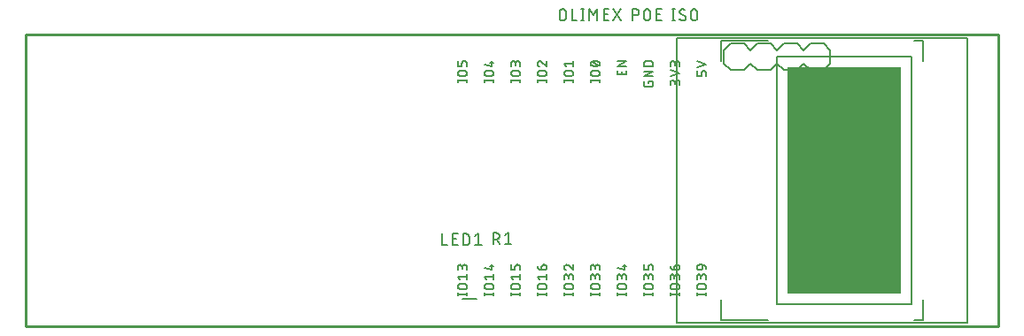
<source format=gbr>
G04 EAGLE Gerber RS-274X export*
G75*
%MOMM*%
%FSLAX34Y34*%
%LPD*%
%INSilkscreen Top*%
%IPPOS*%
%AMOC8*
5,1,8,0,0,1.08239X$1,22.5*%
G01*
%ADD10C,0.177800*%
%ADD11C,0.203200*%
%ADD12C,0.127000*%
%ADD13R,10.864000X21.740000*%
%ADD14C,0.152400*%
%ADD15C,0.254000*%


D10*
X407997Y132889D02*
X403143Y132889D01*
X403035Y132891D01*
X402927Y132897D01*
X402819Y132906D01*
X402711Y132920D01*
X402604Y132937D01*
X402498Y132958D01*
X402393Y132983D01*
X402288Y133012D01*
X402185Y133044D01*
X402083Y133080D01*
X401982Y133120D01*
X401883Y133163D01*
X401785Y133210D01*
X401689Y133260D01*
X401595Y133314D01*
X401503Y133371D01*
X401413Y133431D01*
X401325Y133494D01*
X401239Y133561D01*
X401156Y133630D01*
X401076Y133702D01*
X400998Y133778D01*
X400922Y133856D01*
X400850Y133936D01*
X400781Y134019D01*
X400714Y134105D01*
X400651Y134193D01*
X400591Y134283D01*
X400534Y134375D01*
X400480Y134469D01*
X400430Y134565D01*
X400383Y134663D01*
X400340Y134762D01*
X400300Y134863D01*
X400264Y134965D01*
X400232Y135068D01*
X400203Y135173D01*
X400178Y135278D01*
X400157Y135384D01*
X400140Y135491D01*
X400126Y135599D01*
X400117Y135707D01*
X400111Y135815D01*
X400109Y135923D01*
X400111Y136031D01*
X400117Y136139D01*
X400126Y136247D01*
X400140Y136355D01*
X400157Y136462D01*
X400178Y136568D01*
X400203Y136673D01*
X400232Y136778D01*
X400264Y136881D01*
X400300Y136983D01*
X400340Y137084D01*
X400383Y137183D01*
X400430Y137281D01*
X400480Y137377D01*
X400534Y137471D01*
X400591Y137563D01*
X400651Y137653D01*
X400714Y137741D01*
X400781Y137827D01*
X400850Y137910D01*
X400922Y137990D01*
X400998Y138068D01*
X401076Y138144D01*
X401156Y138216D01*
X401239Y138285D01*
X401325Y138352D01*
X401413Y138415D01*
X401503Y138475D01*
X401595Y138532D01*
X401689Y138586D01*
X401785Y138636D01*
X401883Y138683D01*
X401982Y138726D01*
X402083Y138766D01*
X402185Y138802D01*
X402288Y138834D01*
X402393Y138863D01*
X402498Y138888D01*
X402604Y138909D01*
X402711Y138926D01*
X402819Y138940D01*
X402927Y138949D01*
X403035Y138955D01*
X403143Y138957D01*
X407997Y138957D01*
X408105Y138955D01*
X408213Y138949D01*
X408321Y138940D01*
X408429Y138926D01*
X408536Y138909D01*
X408642Y138888D01*
X408747Y138863D01*
X408852Y138834D01*
X408955Y138802D01*
X409057Y138766D01*
X409158Y138726D01*
X409257Y138683D01*
X409355Y138636D01*
X409451Y138586D01*
X409545Y138532D01*
X409637Y138475D01*
X409727Y138415D01*
X409815Y138352D01*
X409901Y138285D01*
X409984Y138216D01*
X410064Y138144D01*
X410142Y138068D01*
X410218Y137990D01*
X410290Y137910D01*
X410359Y137827D01*
X410426Y137741D01*
X410489Y137653D01*
X410549Y137563D01*
X410606Y137471D01*
X410660Y137377D01*
X410710Y137281D01*
X410757Y137183D01*
X410800Y137084D01*
X410840Y136983D01*
X410876Y136881D01*
X410908Y136778D01*
X410937Y136673D01*
X410962Y136568D01*
X410983Y136462D01*
X411000Y136355D01*
X411014Y136247D01*
X411023Y136139D01*
X411029Y136031D01*
X411031Y135923D01*
X411029Y135815D01*
X411023Y135707D01*
X411014Y135599D01*
X411000Y135491D01*
X410983Y135384D01*
X410962Y135278D01*
X410937Y135173D01*
X410908Y135068D01*
X410876Y134965D01*
X410840Y134863D01*
X410800Y134762D01*
X410757Y134663D01*
X410710Y134565D01*
X410660Y134469D01*
X410606Y134375D01*
X410549Y134283D01*
X410489Y134193D01*
X410426Y134105D01*
X410359Y134019D01*
X410290Y133936D01*
X410218Y133856D01*
X410142Y133778D01*
X410064Y133702D01*
X409984Y133630D01*
X409901Y133561D01*
X409815Y133494D01*
X409727Y133431D01*
X409637Y133371D01*
X409545Y133314D01*
X409451Y133260D01*
X409355Y133210D01*
X409257Y133163D01*
X409158Y133120D01*
X409057Y133080D01*
X408955Y133044D01*
X408852Y133012D01*
X408747Y132983D01*
X408642Y132958D01*
X408536Y132937D01*
X408429Y132920D01*
X408321Y132906D01*
X408213Y132897D01*
X408105Y132891D01*
X407997Y132889D01*
X411031Y144731D02*
X400109Y144731D01*
X411031Y144731D02*
X411031Y149585D01*
X411031Y154637D02*
X411031Y159491D01*
X411031Y154637D02*
X400109Y154637D01*
X400109Y159491D01*
X404963Y158278D02*
X404963Y154637D01*
X400109Y164512D02*
X411031Y164512D01*
X400109Y164512D02*
X400109Y167546D01*
X400111Y167654D01*
X400117Y167762D01*
X400126Y167870D01*
X400140Y167978D01*
X400157Y168085D01*
X400178Y168191D01*
X400203Y168296D01*
X400232Y168401D01*
X400264Y168504D01*
X400300Y168606D01*
X400340Y168707D01*
X400383Y168806D01*
X400430Y168904D01*
X400480Y169000D01*
X400534Y169094D01*
X400591Y169186D01*
X400651Y169276D01*
X400714Y169364D01*
X400781Y169450D01*
X400850Y169533D01*
X400922Y169613D01*
X400998Y169691D01*
X401076Y169767D01*
X401156Y169839D01*
X401239Y169908D01*
X401325Y169975D01*
X401413Y170038D01*
X401503Y170098D01*
X401595Y170155D01*
X401689Y170209D01*
X401785Y170259D01*
X401883Y170306D01*
X401982Y170349D01*
X402083Y170389D01*
X402185Y170425D01*
X402288Y170457D01*
X402393Y170486D01*
X402498Y170511D01*
X402604Y170532D01*
X402711Y170549D01*
X402819Y170563D01*
X402927Y170572D01*
X403035Y170578D01*
X403143Y170580D01*
X407997Y170580D01*
X408105Y170578D01*
X408213Y170572D01*
X408321Y170563D01*
X408429Y170549D01*
X408536Y170532D01*
X408642Y170511D01*
X408747Y170486D01*
X408852Y170457D01*
X408955Y170425D01*
X409057Y170389D01*
X409158Y170349D01*
X409257Y170306D01*
X409355Y170259D01*
X409451Y170209D01*
X409545Y170155D01*
X409637Y170098D01*
X409727Y170038D01*
X409815Y169975D01*
X409901Y169908D01*
X409984Y169839D01*
X410064Y169767D01*
X410142Y169691D01*
X410218Y169613D01*
X410290Y169533D01*
X410359Y169450D01*
X410426Y169364D01*
X410489Y169276D01*
X410549Y169186D01*
X410606Y169094D01*
X410660Y169000D01*
X410710Y168904D01*
X410757Y168806D01*
X410800Y168707D01*
X410840Y168606D01*
X410876Y168504D01*
X410908Y168401D01*
X410937Y168296D01*
X410962Y168191D01*
X410983Y168085D01*
X411000Y167978D01*
X411014Y167870D01*
X411023Y167762D01*
X411029Y167654D01*
X411031Y167546D01*
X411031Y164512D01*
D11*
X44265Y36680D02*
X30615Y36680D01*
D10*
X11281Y88049D02*
X11281Y98971D01*
X11281Y88049D02*
X16136Y88049D01*
X21187Y88049D02*
X26042Y88049D01*
X21187Y88049D02*
X21187Y98971D01*
X26042Y98971D01*
X24828Y94117D02*
X21187Y94117D01*
X31062Y98971D02*
X31062Y88049D01*
X31062Y98971D02*
X34096Y98971D01*
X34204Y98969D01*
X34312Y98963D01*
X34420Y98954D01*
X34528Y98940D01*
X34635Y98923D01*
X34741Y98902D01*
X34846Y98877D01*
X34951Y98848D01*
X35054Y98816D01*
X35156Y98780D01*
X35257Y98740D01*
X35356Y98697D01*
X35454Y98650D01*
X35550Y98600D01*
X35644Y98546D01*
X35736Y98489D01*
X35826Y98429D01*
X35914Y98366D01*
X36000Y98299D01*
X36083Y98230D01*
X36163Y98158D01*
X36241Y98082D01*
X36317Y98004D01*
X36389Y97924D01*
X36458Y97841D01*
X36525Y97755D01*
X36588Y97667D01*
X36648Y97577D01*
X36705Y97485D01*
X36759Y97391D01*
X36809Y97295D01*
X36856Y97197D01*
X36899Y97098D01*
X36939Y96997D01*
X36975Y96895D01*
X37007Y96792D01*
X37036Y96687D01*
X37061Y96582D01*
X37082Y96476D01*
X37099Y96369D01*
X37113Y96261D01*
X37122Y96153D01*
X37128Y96045D01*
X37130Y95937D01*
X37130Y91083D01*
X37128Y90975D01*
X37122Y90867D01*
X37113Y90759D01*
X37099Y90651D01*
X37082Y90544D01*
X37061Y90438D01*
X37036Y90333D01*
X37007Y90228D01*
X36975Y90125D01*
X36939Y90023D01*
X36899Y89922D01*
X36856Y89823D01*
X36809Y89725D01*
X36759Y89629D01*
X36705Y89535D01*
X36648Y89443D01*
X36588Y89353D01*
X36525Y89265D01*
X36458Y89179D01*
X36389Y89096D01*
X36317Y89016D01*
X36241Y88938D01*
X36163Y88862D01*
X36083Y88790D01*
X36000Y88721D01*
X35914Y88654D01*
X35826Y88591D01*
X35736Y88531D01*
X35644Y88474D01*
X35550Y88420D01*
X35454Y88370D01*
X35356Y88323D01*
X35257Y88280D01*
X35156Y88240D01*
X35054Y88204D01*
X34951Y88172D01*
X34846Y88143D01*
X34741Y88118D01*
X34635Y88097D01*
X34528Y88080D01*
X34420Y88066D01*
X34312Y88057D01*
X34204Y88051D01*
X34096Y88049D01*
X31062Y88049D01*
X42873Y96544D02*
X45907Y98971D01*
X45907Y88049D01*
X42873Y88049D02*
X48941Y88049D01*
X59915Y88889D02*
X59915Y99811D01*
X62948Y99811D01*
X63056Y99809D01*
X63164Y99803D01*
X63272Y99794D01*
X63380Y99780D01*
X63487Y99763D01*
X63593Y99742D01*
X63698Y99717D01*
X63803Y99688D01*
X63906Y99656D01*
X64008Y99620D01*
X64109Y99580D01*
X64208Y99537D01*
X64306Y99490D01*
X64402Y99440D01*
X64496Y99386D01*
X64588Y99329D01*
X64678Y99269D01*
X64766Y99206D01*
X64852Y99139D01*
X64935Y99070D01*
X65015Y98998D01*
X65093Y98922D01*
X65169Y98844D01*
X65241Y98764D01*
X65310Y98681D01*
X65377Y98595D01*
X65440Y98507D01*
X65500Y98417D01*
X65557Y98325D01*
X65611Y98231D01*
X65661Y98135D01*
X65708Y98037D01*
X65751Y97938D01*
X65791Y97837D01*
X65827Y97735D01*
X65859Y97632D01*
X65888Y97527D01*
X65913Y97422D01*
X65934Y97316D01*
X65951Y97209D01*
X65965Y97101D01*
X65974Y96993D01*
X65980Y96885D01*
X65982Y96777D01*
X65980Y96669D01*
X65974Y96561D01*
X65965Y96453D01*
X65951Y96345D01*
X65934Y96238D01*
X65913Y96132D01*
X65888Y96027D01*
X65859Y95922D01*
X65827Y95819D01*
X65791Y95717D01*
X65751Y95616D01*
X65708Y95517D01*
X65661Y95419D01*
X65611Y95323D01*
X65557Y95229D01*
X65500Y95137D01*
X65440Y95047D01*
X65377Y94959D01*
X65310Y94873D01*
X65241Y94790D01*
X65169Y94710D01*
X65093Y94632D01*
X65015Y94556D01*
X64935Y94484D01*
X64852Y94415D01*
X64766Y94348D01*
X64678Y94285D01*
X64588Y94225D01*
X64496Y94168D01*
X64402Y94114D01*
X64306Y94064D01*
X64208Y94017D01*
X64109Y93974D01*
X64008Y93934D01*
X63906Y93898D01*
X63803Y93866D01*
X63698Y93837D01*
X63593Y93812D01*
X63487Y93791D01*
X63380Y93774D01*
X63272Y93760D01*
X63164Y93751D01*
X63056Y93745D01*
X62948Y93743D01*
X59915Y93743D01*
X63555Y93743D02*
X65982Y88889D01*
X71243Y97384D02*
X74277Y99811D01*
X74277Y88889D01*
X71243Y88889D02*
X77311Y88889D01*
D12*
X235158Y286500D02*
X513158Y286500D01*
X235158Y286500D02*
X235158Y13500D01*
X513158Y13500D01*
X513158Y286500D01*
D13*
X395138Y150000D03*
D14*
X459458Y268870D02*
X459458Y31130D01*
X330818Y31130D01*
X330818Y268870D01*
X459458Y268870D01*
X470458Y264300D02*
X470458Y283500D01*
X462358Y283500D01*
X322658Y283500D02*
X277858Y283500D01*
X277858Y264300D01*
X277858Y35700D02*
X277858Y16500D01*
X322658Y16500D01*
X462358Y16500D02*
X470458Y16500D01*
X470458Y35700D01*
D11*
X299800Y255710D02*
X287100Y255710D01*
X280750Y262060D01*
X280750Y274760D02*
X287100Y281110D01*
X325200Y255710D02*
X331550Y262060D01*
X325200Y255710D02*
X312500Y255710D01*
X306150Y262060D01*
X306150Y274760D02*
X312500Y281110D01*
X325200Y281110D01*
X331550Y274760D01*
X306150Y262060D02*
X299800Y255710D01*
X306150Y274760D02*
X299800Y281110D01*
X287100Y281110D01*
X363300Y255710D02*
X376000Y255710D01*
X363300Y255710D02*
X356950Y262060D01*
X356950Y274760D02*
X363300Y281110D01*
X356950Y262060D02*
X350600Y255710D01*
X337900Y255710D01*
X331550Y262060D01*
X331550Y274760D02*
X337900Y281110D01*
X350600Y281110D01*
X356950Y274760D01*
X382350Y274760D02*
X382350Y262060D01*
X376000Y255710D01*
X382350Y274760D02*
X376000Y281110D01*
X363300Y281110D01*
X280750Y274760D02*
X280750Y262060D01*
D12*
X238450Y243608D02*
X238450Y241138D01*
X238450Y243608D02*
X238448Y243706D01*
X238442Y243804D01*
X238432Y243902D01*
X238419Y243999D01*
X238401Y244096D01*
X238380Y244192D01*
X238355Y244286D01*
X238326Y244380D01*
X238294Y244473D01*
X238257Y244564D01*
X238218Y244654D01*
X238174Y244742D01*
X238127Y244828D01*
X238077Y244913D01*
X238024Y244995D01*
X237967Y245075D01*
X237907Y245153D01*
X237844Y245228D01*
X237778Y245301D01*
X237709Y245371D01*
X237638Y245438D01*
X237564Y245503D01*
X237487Y245564D01*
X237408Y245623D01*
X237327Y245678D01*
X237244Y245730D01*
X237158Y245778D01*
X237071Y245823D01*
X236982Y245865D01*
X236892Y245903D01*
X236800Y245937D01*
X236707Y245968D01*
X236612Y245995D01*
X236517Y246018D01*
X236420Y246038D01*
X236324Y246053D01*
X236226Y246065D01*
X236128Y246073D01*
X236030Y246077D01*
X235932Y246077D01*
X235834Y246073D01*
X235736Y246065D01*
X235638Y246053D01*
X235542Y246038D01*
X235445Y246018D01*
X235350Y245995D01*
X235255Y245968D01*
X235162Y245937D01*
X235070Y245903D01*
X234980Y245865D01*
X234891Y245823D01*
X234804Y245778D01*
X234718Y245730D01*
X234635Y245678D01*
X234554Y245623D01*
X234475Y245564D01*
X234398Y245503D01*
X234324Y245438D01*
X234253Y245371D01*
X234184Y245301D01*
X234118Y245228D01*
X234055Y245153D01*
X233995Y245075D01*
X233938Y244995D01*
X233885Y244913D01*
X233835Y244828D01*
X233788Y244742D01*
X233744Y244654D01*
X233705Y244564D01*
X233668Y244473D01*
X233636Y244380D01*
X233607Y244286D01*
X233582Y244192D01*
X233561Y244096D01*
X233543Y243999D01*
X233530Y243902D01*
X233520Y243804D01*
X233514Y243706D01*
X233512Y243608D01*
X229560Y244101D02*
X229560Y241138D01*
X229560Y244101D02*
X229562Y244188D01*
X229568Y244276D01*
X229577Y244363D01*
X229591Y244449D01*
X229608Y244535D01*
X229629Y244619D01*
X229654Y244703D01*
X229683Y244786D01*
X229715Y244867D01*
X229750Y244947D01*
X229789Y245025D01*
X229832Y245102D01*
X229878Y245176D01*
X229927Y245248D01*
X229979Y245318D01*
X230035Y245386D01*
X230093Y245451D01*
X230154Y245514D01*
X230218Y245573D01*
X230285Y245630D01*
X230353Y245684D01*
X230425Y245735D01*
X230498Y245782D01*
X230573Y245827D01*
X230651Y245868D01*
X230730Y245905D01*
X230810Y245939D01*
X230892Y245969D01*
X230975Y245996D01*
X231060Y246019D01*
X231145Y246038D01*
X231231Y246053D01*
X231318Y246065D01*
X231405Y246073D01*
X231492Y246077D01*
X231580Y246077D01*
X231667Y246073D01*
X231754Y246065D01*
X231841Y246053D01*
X231927Y246038D01*
X232012Y246019D01*
X232097Y245996D01*
X232180Y245969D01*
X232262Y245939D01*
X232342Y245905D01*
X232421Y245868D01*
X232499Y245827D01*
X232574Y245782D01*
X232647Y245735D01*
X232719Y245684D01*
X232787Y245630D01*
X232854Y245573D01*
X232918Y245514D01*
X232979Y245451D01*
X233037Y245386D01*
X233093Y245318D01*
X233145Y245248D01*
X233194Y245176D01*
X233240Y245102D01*
X233283Y245025D01*
X233322Y244947D01*
X233357Y244867D01*
X233389Y244786D01*
X233418Y244703D01*
X233443Y244619D01*
X233464Y244535D01*
X233481Y244449D01*
X233495Y244363D01*
X233504Y244276D01*
X233510Y244188D01*
X233512Y244101D01*
X233511Y244101D02*
X233511Y242126D01*
X229560Y249788D02*
X238450Y252752D01*
X229560Y255715D01*
X238450Y259426D02*
X238450Y261896D01*
X238448Y261994D01*
X238442Y262092D01*
X238432Y262190D01*
X238419Y262287D01*
X238401Y262384D01*
X238380Y262480D01*
X238355Y262574D01*
X238326Y262668D01*
X238294Y262761D01*
X238257Y262852D01*
X238218Y262942D01*
X238174Y263030D01*
X238127Y263116D01*
X238077Y263201D01*
X238024Y263283D01*
X237967Y263363D01*
X237907Y263441D01*
X237844Y263516D01*
X237778Y263589D01*
X237709Y263659D01*
X237638Y263726D01*
X237564Y263791D01*
X237487Y263852D01*
X237408Y263911D01*
X237327Y263966D01*
X237244Y264018D01*
X237158Y264066D01*
X237071Y264111D01*
X236982Y264153D01*
X236892Y264191D01*
X236800Y264225D01*
X236707Y264256D01*
X236612Y264283D01*
X236517Y264306D01*
X236420Y264326D01*
X236324Y264341D01*
X236226Y264353D01*
X236128Y264361D01*
X236030Y264365D01*
X235932Y264365D01*
X235834Y264361D01*
X235736Y264353D01*
X235638Y264341D01*
X235542Y264326D01*
X235445Y264306D01*
X235350Y264283D01*
X235255Y264256D01*
X235162Y264225D01*
X235070Y264191D01*
X234980Y264153D01*
X234891Y264111D01*
X234804Y264066D01*
X234718Y264018D01*
X234635Y263966D01*
X234554Y263911D01*
X234475Y263852D01*
X234398Y263791D01*
X234324Y263726D01*
X234253Y263659D01*
X234184Y263589D01*
X234118Y263516D01*
X234055Y263441D01*
X233995Y263363D01*
X233938Y263283D01*
X233885Y263201D01*
X233835Y263116D01*
X233788Y263030D01*
X233744Y262942D01*
X233705Y262852D01*
X233668Y262761D01*
X233636Y262668D01*
X233607Y262574D01*
X233582Y262480D01*
X233561Y262384D01*
X233543Y262287D01*
X233530Y262190D01*
X233520Y262092D01*
X233514Y261994D01*
X233512Y261896D01*
X229560Y262389D02*
X229560Y259426D01*
X229560Y262389D02*
X229562Y262476D01*
X229568Y262564D01*
X229577Y262651D01*
X229591Y262737D01*
X229608Y262823D01*
X229629Y262907D01*
X229654Y262991D01*
X229683Y263074D01*
X229715Y263155D01*
X229750Y263235D01*
X229789Y263313D01*
X229832Y263390D01*
X229878Y263464D01*
X229927Y263536D01*
X229979Y263606D01*
X230035Y263674D01*
X230093Y263739D01*
X230154Y263802D01*
X230218Y263861D01*
X230285Y263918D01*
X230353Y263972D01*
X230425Y264023D01*
X230498Y264070D01*
X230573Y264115D01*
X230651Y264156D01*
X230730Y264193D01*
X230810Y264227D01*
X230892Y264257D01*
X230975Y264284D01*
X231060Y264307D01*
X231145Y264326D01*
X231231Y264341D01*
X231318Y264353D01*
X231405Y264361D01*
X231492Y264365D01*
X231580Y264365D01*
X231667Y264361D01*
X231754Y264353D01*
X231841Y264341D01*
X231927Y264326D01*
X232012Y264307D01*
X232097Y264284D01*
X232180Y264257D01*
X232262Y264227D01*
X232342Y264193D01*
X232421Y264156D01*
X232499Y264115D01*
X232574Y264070D01*
X232647Y264023D01*
X232719Y263972D01*
X232787Y263918D01*
X232854Y263861D01*
X232918Y263802D01*
X232979Y263739D01*
X233037Y263674D01*
X233093Y263606D01*
X233145Y263536D01*
X233194Y263464D01*
X233240Y263390D01*
X233283Y263313D01*
X233322Y263235D01*
X233357Y263155D01*
X233389Y263074D01*
X233418Y262991D01*
X233443Y262907D01*
X233464Y262823D01*
X233481Y262737D01*
X233495Y262651D01*
X233504Y262564D01*
X233510Y262476D01*
X233512Y262389D01*
X233511Y262389D02*
X233511Y260414D01*
X187650Y255476D02*
X187650Y251525D01*
X178760Y251525D01*
X178760Y255476D01*
X182711Y254488D02*
X182711Y251525D01*
X178760Y259426D02*
X187650Y259426D01*
X187650Y264365D02*
X178760Y259426D01*
X178760Y264365D02*
X187650Y264365D01*
X187650Y41192D02*
X178760Y41192D01*
X187650Y40205D02*
X187650Y42180D01*
X178760Y42180D02*
X178760Y40205D01*
X181229Y46038D02*
X185181Y46038D01*
X181229Y46039D02*
X181131Y46041D01*
X181033Y46047D01*
X180935Y46057D01*
X180838Y46070D01*
X180741Y46088D01*
X180645Y46109D01*
X180551Y46134D01*
X180457Y46163D01*
X180364Y46195D01*
X180273Y46232D01*
X180183Y46271D01*
X180095Y46315D01*
X180009Y46362D01*
X179924Y46412D01*
X179842Y46465D01*
X179762Y46522D01*
X179684Y46582D01*
X179609Y46645D01*
X179536Y46711D01*
X179466Y46780D01*
X179399Y46851D01*
X179334Y46925D01*
X179273Y47002D01*
X179214Y47081D01*
X179159Y47162D01*
X179107Y47245D01*
X179059Y47331D01*
X179014Y47418D01*
X178972Y47507D01*
X178934Y47597D01*
X178900Y47689D01*
X178869Y47782D01*
X178842Y47877D01*
X178819Y47972D01*
X178799Y48069D01*
X178784Y48165D01*
X178772Y48263D01*
X178764Y48361D01*
X178760Y48459D01*
X178760Y48557D01*
X178764Y48655D01*
X178772Y48753D01*
X178784Y48851D01*
X178799Y48947D01*
X178819Y49044D01*
X178842Y49139D01*
X178869Y49234D01*
X178900Y49327D01*
X178934Y49419D01*
X178972Y49509D01*
X179014Y49598D01*
X179059Y49685D01*
X179107Y49771D01*
X179159Y49854D01*
X179214Y49935D01*
X179273Y50014D01*
X179334Y50091D01*
X179399Y50165D01*
X179466Y50236D01*
X179536Y50305D01*
X179609Y50371D01*
X179684Y50434D01*
X179762Y50494D01*
X179842Y50551D01*
X179924Y50604D01*
X180009Y50654D01*
X180095Y50701D01*
X180183Y50745D01*
X180273Y50784D01*
X180364Y50821D01*
X180457Y50853D01*
X180551Y50882D01*
X180645Y50907D01*
X180741Y50928D01*
X180838Y50946D01*
X180935Y50959D01*
X181033Y50969D01*
X181131Y50975D01*
X181229Y50977D01*
X185181Y50977D01*
X185279Y50975D01*
X185377Y50969D01*
X185475Y50959D01*
X185572Y50946D01*
X185669Y50928D01*
X185765Y50907D01*
X185859Y50882D01*
X185953Y50853D01*
X186046Y50821D01*
X186137Y50784D01*
X186227Y50745D01*
X186315Y50701D01*
X186401Y50654D01*
X186486Y50604D01*
X186568Y50551D01*
X186648Y50494D01*
X186726Y50434D01*
X186801Y50371D01*
X186874Y50305D01*
X186944Y50236D01*
X187011Y50165D01*
X187076Y50091D01*
X187137Y50014D01*
X187196Y49935D01*
X187251Y49854D01*
X187303Y49771D01*
X187351Y49685D01*
X187396Y49598D01*
X187438Y49509D01*
X187476Y49419D01*
X187510Y49327D01*
X187541Y49234D01*
X187568Y49139D01*
X187591Y49044D01*
X187611Y48947D01*
X187626Y48851D01*
X187638Y48753D01*
X187646Y48655D01*
X187650Y48557D01*
X187650Y48459D01*
X187646Y48361D01*
X187638Y48263D01*
X187626Y48165D01*
X187611Y48069D01*
X187591Y47972D01*
X187568Y47877D01*
X187541Y47782D01*
X187510Y47689D01*
X187476Y47597D01*
X187438Y47507D01*
X187396Y47418D01*
X187351Y47331D01*
X187303Y47245D01*
X187251Y47162D01*
X187196Y47081D01*
X187137Y47002D01*
X187076Y46925D01*
X187011Y46851D01*
X186944Y46780D01*
X186874Y46711D01*
X186801Y46645D01*
X186726Y46582D01*
X186648Y46522D01*
X186568Y46465D01*
X186486Y46412D01*
X186401Y46362D01*
X186315Y46315D01*
X186227Y46271D01*
X186137Y46232D01*
X186046Y46195D01*
X185953Y46163D01*
X185859Y46134D01*
X185765Y46109D01*
X185669Y46088D01*
X185572Y46070D01*
X185475Y46057D01*
X185377Y46047D01*
X185279Y46041D01*
X185181Y46039D01*
X187650Y55182D02*
X187650Y57652D01*
X187648Y57750D01*
X187642Y57848D01*
X187632Y57946D01*
X187619Y58043D01*
X187601Y58140D01*
X187580Y58236D01*
X187555Y58330D01*
X187526Y58424D01*
X187494Y58517D01*
X187457Y58608D01*
X187418Y58698D01*
X187374Y58786D01*
X187327Y58872D01*
X187277Y58957D01*
X187224Y59039D01*
X187167Y59119D01*
X187107Y59197D01*
X187044Y59272D01*
X186978Y59345D01*
X186909Y59415D01*
X186838Y59482D01*
X186764Y59547D01*
X186687Y59608D01*
X186608Y59667D01*
X186527Y59722D01*
X186444Y59774D01*
X186358Y59822D01*
X186271Y59867D01*
X186182Y59909D01*
X186092Y59947D01*
X186000Y59981D01*
X185907Y60012D01*
X185812Y60039D01*
X185717Y60062D01*
X185620Y60082D01*
X185524Y60097D01*
X185426Y60109D01*
X185328Y60117D01*
X185230Y60121D01*
X185132Y60121D01*
X185034Y60117D01*
X184936Y60109D01*
X184838Y60097D01*
X184742Y60082D01*
X184645Y60062D01*
X184550Y60039D01*
X184455Y60012D01*
X184362Y59981D01*
X184270Y59947D01*
X184180Y59909D01*
X184091Y59867D01*
X184004Y59822D01*
X183918Y59774D01*
X183835Y59722D01*
X183754Y59667D01*
X183675Y59608D01*
X183598Y59547D01*
X183524Y59482D01*
X183453Y59415D01*
X183384Y59345D01*
X183318Y59272D01*
X183255Y59197D01*
X183195Y59119D01*
X183138Y59039D01*
X183085Y58957D01*
X183035Y58872D01*
X182988Y58786D01*
X182944Y58698D01*
X182905Y58608D01*
X182868Y58517D01*
X182836Y58424D01*
X182807Y58330D01*
X182782Y58236D01*
X182761Y58140D01*
X182743Y58043D01*
X182730Y57946D01*
X182720Y57848D01*
X182714Y57750D01*
X182712Y57652D01*
X178760Y58145D02*
X178760Y55182D01*
X178760Y58145D02*
X178762Y58232D01*
X178768Y58320D01*
X178777Y58407D01*
X178791Y58493D01*
X178808Y58579D01*
X178829Y58663D01*
X178854Y58747D01*
X178883Y58830D01*
X178915Y58911D01*
X178950Y58991D01*
X178989Y59069D01*
X179032Y59146D01*
X179078Y59220D01*
X179127Y59292D01*
X179179Y59362D01*
X179235Y59430D01*
X179293Y59495D01*
X179354Y59558D01*
X179418Y59617D01*
X179485Y59674D01*
X179553Y59728D01*
X179625Y59779D01*
X179698Y59826D01*
X179773Y59871D01*
X179851Y59912D01*
X179930Y59949D01*
X180010Y59983D01*
X180092Y60013D01*
X180175Y60040D01*
X180260Y60063D01*
X180345Y60082D01*
X180431Y60097D01*
X180518Y60109D01*
X180605Y60117D01*
X180692Y60121D01*
X180780Y60121D01*
X180867Y60117D01*
X180954Y60109D01*
X181041Y60097D01*
X181127Y60082D01*
X181212Y60063D01*
X181297Y60040D01*
X181380Y60013D01*
X181462Y59983D01*
X181542Y59949D01*
X181621Y59912D01*
X181699Y59871D01*
X181774Y59826D01*
X181847Y59779D01*
X181919Y59728D01*
X181987Y59674D01*
X182054Y59617D01*
X182118Y59558D01*
X182179Y59495D01*
X182237Y59430D01*
X182293Y59362D01*
X182345Y59292D01*
X182394Y59220D01*
X182440Y59146D01*
X182483Y59069D01*
X182522Y58991D01*
X182557Y58911D01*
X182589Y58830D01*
X182618Y58747D01*
X182643Y58663D01*
X182664Y58579D01*
X182681Y58493D01*
X182695Y58407D01*
X182704Y58320D01*
X182710Y58232D01*
X182712Y58145D01*
X182711Y58145D02*
X182711Y56170D01*
X185674Y64326D02*
X178760Y66302D01*
X185674Y64326D02*
X185674Y69265D01*
X183699Y67783D02*
X187650Y67783D01*
X204160Y41192D02*
X213050Y41192D01*
X213050Y40205D02*
X213050Y42180D01*
X204160Y42180D02*
X204160Y40205D01*
X206629Y46038D02*
X210581Y46038D01*
X206629Y46039D02*
X206531Y46041D01*
X206433Y46047D01*
X206335Y46057D01*
X206238Y46070D01*
X206141Y46088D01*
X206045Y46109D01*
X205951Y46134D01*
X205857Y46163D01*
X205764Y46195D01*
X205673Y46232D01*
X205583Y46271D01*
X205495Y46315D01*
X205409Y46362D01*
X205324Y46412D01*
X205242Y46465D01*
X205162Y46522D01*
X205084Y46582D01*
X205009Y46645D01*
X204936Y46711D01*
X204866Y46780D01*
X204799Y46851D01*
X204734Y46925D01*
X204673Y47002D01*
X204614Y47081D01*
X204559Y47162D01*
X204507Y47245D01*
X204459Y47331D01*
X204414Y47418D01*
X204372Y47507D01*
X204334Y47597D01*
X204300Y47689D01*
X204269Y47782D01*
X204242Y47877D01*
X204219Y47972D01*
X204199Y48069D01*
X204184Y48165D01*
X204172Y48263D01*
X204164Y48361D01*
X204160Y48459D01*
X204160Y48557D01*
X204164Y48655D01*
X204172Y48753D01*
X204184Y48851D01*
X204199Y48947D01*
X204219Y49044D01*
X204242Y49139D01*
X204269Y49234D01*
X204300Y49327D01*
X204334Y49419D01*
X204372Y49509D01*
X204414Y49598D01*
X204459Y49685D01*
X204507Y49771D01*
X204559Y49854D01*
X204614Y49935D01*
X204673Y50014D01*
X204734Y50091D01*
X204799Y50165D01*
X204866Y50236D01*
X204936Y50305D01*
X205009Y50371D01*
X205084Y50434D01*
X205162Y50494D01*
X205242Y50551D01*
X205324Y50604D01*
X205409Y50654D01*
X205495Y50701D01*
X205583Y50745D01*
X205673Y50784D01*
X205764Y50821D01*
X205857Y50853D01*
X205951Y50882D01*
X206045Y50907D01*
X206141Y50928D01*
X206238Y50946D01*
X206335Y50959D01*
X206433Y50969D01*
X206531Y50975D01*
X206629Y50977D01*
X210581Y50977D01*
X210679Y50975D01*
X210777Y50969D01*
X210875Y50959D01*
X210972Y50946D01*
X211069Y50928D01*
X211165Y50907D01*
X211259Y50882D01*
X211353Y50853D01*
X211446Y50821D01*
X211537Y50784D01*
X211627Y50745D01*
X211715Y50701D01*
X211801Y50654D01*
X211886Y50604D01*
X211968Y50551D01*
X212048Y50494D01*
X212126Y50434D01*
X212201Y50371D01*
X212274Y50305D01*
X212344Y50236D01*
X212411Y50165D01*
X212476Y50091D01*
X212537Y50014D01*
X212596Y49935D01*
X212651Y49854D01*
X212703Y49771D01*
X212751Y49685D01*
X212796Y49598D01*
X212838Y49509D01*
X212876Y49419D01*
X212910Y49327D01*
X212941Y49234D01*
X212968Y49139D01*
X212991Y49044D01*
X213011Y48947D01*
X213026Y48851D01*
X213038Y48753D01*
X213046Y48655D01*
X213050Y48557D01*
X213050Y48459D01*
X213046Y48361D01*
X213038Y48263D01*
X213026Y48165D01*
X213011Y48069D01*
X212991Y47972D01*
X212968Y47877D01*
X212941Y47782D01*
X212910Y47689D01*
X212876Y47597D01*
X212838Y47507D01*
X212796Y47418D01*
X212751Y47331D01*
X212703Y47245D01*
X212651Y47162D01*
X212596Y47081D01*
X212537Y47002D01*
X212476Y46925D01*
X212411Y46851D01*
X212344Y46780D01*
X212274Y46711D01*
X212201Y46645D01*
X212126Y46582D01*
X212048Y46522D01*
X211968Y46465D01*
X211886Y46412D01*
X211801Y46362D01*
X211715Y46315D01*
X211627Y46271D01*
X211537Y46232D01*
X211446Y46195D01*
X211353Y46163D01*
X211259Y46134D01*
X211165Y46109D01*
X211069Y46088D01*
X210972Y46070D01*
X210875Y46057D01*
X210777Y46047D01*
X210679Y46041D01*
X210581Y46039D01*
X213050Y55182D02*
X213050Y57652D01*
X213048Y57750D01*
X213042Y57848D01*
X213032Y57946D01*
X213019Y58043D01*
X213001Y58140D01*
X212980Y58236D01*
X212955Y58330D01*
X212926Y58424D01*
X212894Y58517D01*
X212857Y58608D01*
X212818Y58698D01*
X212774Y58786D01*
X212727Y58872D01*
X212677Y58957D01*
X212624Y59039D01*
X212567Y59119D01*
X212507Y59197D01*
X212444Y59272D01*
X212378Y59345D01*
X212309Y59415D01*
X212238Y59482D01*
X212164Y59547D01*
X212087Y59608D01*
X212008Y59667D01*
X211927Y59722D01*
X211844Y59774D01*
X211758Y59822D01*
X211671Y59867D01*
X211582Y59909D01*
X211492Y59947D01*
X211400Y59981D01*
X211307Y60012D01*
X211212Y60039D01*
X211117Y60062D01*
X211020Y60082D01*
X210924Y60097D01*
X210826Y60109D01*
X210728Y60117D01*
X210630Y60121D01*
X210532Y60121D01*
X210434Y60117D01*
X210336Y60109D01*
X210238Y60097D01*
X210142Y60082D01*
X210045Y60062D01*
X209950Y60039D01*
X209855Y60012D01*
X209762Y59981D01*
X209670Y59947D01*
X209580Y59909D01*
X209491Y59867D01*
X209404Y59822D01*
X209318Y59774D01*
X209235Y59722D01*
X209154Y59667D01*
X209075Y59608D01*
X208998Y59547D01*
X208924Y59482D01*
X208853Y59415D01*
X208784Y59345D01*
X208718Y59272D01*
X208655Y59197D01*
X208595Y59119D01*
X208538Y59039D01*
X208485Y58957D01*
X208435Y58872D01*
X208388Y58786D01*
X208344Y58698D01*
X208305Y58608D01*
X208268Y58517D01*
X208236Y58424D01*
X208207Y58330D01*
X208182Y58236D01*
X208161Y58140D01*
X208143Y58043D01*
X208130Y57946D01*
X208120Y57848D01*
X208114Y57750D01*
X208112Y57652D01*
X204160Y58145D02*
X204160Y55182D01*
X204160Y58145D02*
X204162Y58232D01*
X204168Y58320D01*
X204177Y58407D01*
X204191Y58493D01*
X204208Y58579D01*
X204229Y58663D01*
X204254Y58747D01*
X204283Y58830D01*
X204315Y58911D01*
X204350Y58991D01*
X204389Y59069D01*
X204432Y59146D01*
X204478Y59220D01*
X204527Y59292D01*
X204579Y59362D01*
X204635Y59430D01*
X204693Y59495D01*
X204754Y59558D01*
X204818Y59617D01*
X204885Y59674D01*
X204953Y59728D01*
X205025Y59779D01*
X205098Y59826D01*
X205173Y59871D01*
X205251Y59912D01*
X205330Y59949D01*
X205410Y59983D01*
X205492Y60013D01*
X205575Y60040D01*
X205660Y60063D01*
X205745Y60082D01*
X205831Y60097D01*
X205918Y60109D01*
X206005Y60117D01*
X206092Y60121D01*
X206180Y60121D01*
X206267Y60117D01*
X206354Y60109D01*
X206441Y60097D01*
X206527Y60082D01*
X206612Y60063D01*
X206697Y60040D01*
X206780Y60013D01*
X206862Y59983D01*
X206942Y59949D01*
X207021Y59912D01*
X207099Y59871D01*
X207174Y59826D01*
X207247Y59779D01*
X207319Y59728D01*
X207387Y59674D01*
X207454Y59617D01*
X207518Y59558D01*
X207579Y59495D01*
X207637Y59430D01*
X207693Y59362D01*
X207745Y59292D01*
X207794Y59220D01*
X207840Y59146D01*
X207883Y59069D01*
X207922Y58991D01*
X207957Y58911D01*
X207989Y58830D01*
X208018Y58747D01*
X208043Y58663D01*
X208064Y58579D01*
X208081Y58493D01*
X208095Y58407D01*
X208104Y58320D01*
X208110Y58232D01*
X208112Y58145D01*
X208111Y58145D02*
X208111Y56170D01*
X213050Y64326D02*
X213050Y67289D01*
X213048Y67378D01*
X213042Y67466D01*
X213032Y67554D01*
X213018Y67642D01*
X213000Y67729D01*
X212979Y67815D01*
X212953Y67900D01*
X212924Y67983D01*
X212891Y68066D01*
X212854Y68146D01*
X212814Y68225D01*
X212770Y68302D01*
X212723Y68378D01*
X212673Y68450D01*
X212619Y68521D01*
X212562Y68589D01*
X212502Y68655D01*
X212440Y68717D01*
X212374Y68777D01*
X212306Y68834D01*
X212235Y68888D01*
X212163Y68938D01*
X212088Y68985D01*
X212010Y69029D01*
X211931Y69069D01*
X211851Y69106D01*
X211768Y69139D01*
X211685Y69168D01*
X211600Y69194D01*
X211514Y69215D01*
X211427Y69233D01*
X211339Y69247D01*
X211251Y69257D01*
X211163Y69263D01*
X211074Y69265D01*
X210087Y69265D01*
X210001Y69263D01*
X209915Y69257D01*
X209829Y69248D01*
X209744Y69235D01*
X209659Y69218D01*
X209576Y69198D01*
X209493Y69174D01*
X209411Y69146D01*
X209331Y69115D01*
X209252Y69080D01*
X209175Y69042D01*
X209099Y69000D01*
X209025Y68956D01*
X208954Y68908D01*
X208884Y68857D01*
X208817Y68803D01*
X208752Y68746D01*
X208690Y68686D01*
X208630Y68624D01*
X208573Y68559D01*
X208519Y68492D01*
X208468Y68422D01*
X208420Y68351D01*
X208376Y68277D01*
X208334Y68201D01*
X208296Y68124D01*
X208261Y68045D01*
X208230Y67965D01*
X208202Y67883D01*
X208178Y67800D01*
X208158Y67717D01*
X208141Y67632D01*
X208128Y67547D01*
X208119Y67461D01*
X208113Y67375D01*
X208111Y67289D01*
X208111Y64326D01*
X204160Y64326D01*
X204160Y69265D01*
X136850Y41192D02*
X127960Y41192D01*
X136850Y40205D02*
X136850Y42180D01*
X127960Y42180D02*
X127960Y40205D01*
X130429Y46038D02*
X134381Y46038D01*
X130429Y46039D02*
X130331Y46041D01*
X130233Y46047D01*
X130135Y46057D01*
X130038Y46070D01*
X129941Y46088D01*
X129845Y46109D01*
X129751Y46134D01*
X129657Y46163D01*
X129564Y46195D01*
X129473Y46232D01*
X129383Y46271D01*
X129295Y46315D01*
X129209Y46362D01*
X129124Y46412D01*
X129042Y46465D01*
X128962Y46522D01*
X128884Y46582D01*
X128809Y46645D01*
X128736Y46711D01*
X128666Y46780D01*
X128599Y46851D01*
X128534Y46925D01*
X128473Y47002D01*
X128414Y47081D01*
X128359Y47162D01*
X128307Y47245D01*
X128259Y47331D01*
X128214Y47418D01*
X128172Y47507D01*
X128134Y47597D01*
X128100Y47689D01*
X128069Y47782D01*
X128042Y47877D01*
X128019Y47972D01*
X127999Y48069D01*
X127984Y48165D01*
X127972Y48263D01*
X127964Y48361D01*
X127960Y48459D01*
X127960Y48557D01*
X127964Y48655D01*
X127972Y48753D01*
X127984Y48851D01*
X127999Y48947D01*
X128019Y49044D01*
X128042Y49139D01*
X128069Y49234D01*
X128100Y49327D01*
X128134Y49419D01*
X128172Y49509D01*
X128214Y49598D01*
X128259Y49685D01*
X128307Y49771D01*
X128359Y49854D01*
X128414Y49935D01*
X128473Y50014D01*
X128534Y50091D01*
X128599Y50165D01*
X128666Y50236D01*
X128736Y50305D01*
X128809Y50371D01*
X128884Y50434D01*
X128962Y50494D01*
X129042Y50551D01*
X129124Y50604D01*
X129209Y50654D01*
X129295Y50701D01*
X129383Y50745D01*
X129473Y50784D01*
X129564Y50821D01*
X129657Y50853D01*
X129751Y50882D01*
X129845Y50907D01*
X129941Y50928D01*
X130038Y50946D01*
X130135Y50959D01*
X130233Y50969D01*
X130331Y50975D01*
X130429Y50977D01*
X134381Y50977D01*
X134479Y50975D01*
X134577Y50969D01*
X134675Y50959D01*
X134772Y50946D01*
X134869Y50928D01*
X134965Y50907D01*
X135059Y50882D01*
X135153Y50853D01*
X135246Y50821D01*
X135337Y50784D01*
X135427Y50745D01*
X135515Y50701D01*
X135601Y50654D01*
X135686Y50604D01*
X135768Y50551D01*
X135848Y50494D01*
X135926Y50434D01*
X136001Y50371D01*
X136074Y50305D01*
X136144Y50236D01*
X136211Y50165D01*
X136276Y50091D01*
X136337Y50014D01*
X136396Y49935D01*
X136451Y49854D01*
X136503Y49771D01*
X136551Y49685D01*
X136596Y49598D01*
X136638Y49509D01*
X136676Y49419D01*
X136710Y49327D01*
X136741Y49234D01*
X136768Y49139D01*
X136791Y49044D01*
X136811Y48947D01*
X136826Y48851D01*
X136838Y48753D01*
X136846Y48655D01*
X136850Y48557D01*
X136850Y48459D01*
X136846Y48361D01*
X136838Y48263D01*
X136826Y48165D01*
X136811Y48069D01*
X136791Y47972D01*
X136768Y47877D01*
X136741Y47782D01*
X136710Y47689D01*
X136676Y47597D01*
X136638Y47507D01*
X136596Y47418D01*
X136551Y47331D01*
X136503Y47245D01*
X136451Y47162D01*
X136396Y47081D01*
X136337Y47002D01*
X136276Y46925D01*
X136211Y46851D01*
X136144Y46780D01*
X136074Y46711D01*
X136001Y46645D01*
X135926Y46582D01*
X135848Y46522D01*
X135768Y46465D01*
X135686Y46412D01*
X135601Y46362D01*
X135515Y46315D01*
X135427Y46271D01*
X135337Y46232D01*
X135246Y46195D01*
X135153Y46163D01*
X135059Y46134D01*
X134965Y46109D01*
X134869Y46088D01*
X134772Y46070D01*
X134675Y46057D01*
X134577Y46047D01*
X134479Y46041D01*
X134381Y46039D01*
X136850Y55182D02*
X136850Y57652D01*
X136848Y57750D01*
X136842Y57848D01*
X136832Y57946D01*
X136819Y58043D01*
X136801Y58140D01*
X136780Y58236D01*
X136755Y58330D01*
X136726Y58424D01*
X136694Y58517D01*
X136657Y58608D01*
X136618Y58698D01*
X136574Y58786D01*
X136527Y58872D01*
X136477Y58957D01*
X136424Y59039D01*
X136367Y59119D01*
X136307Y59197D01*
X136244Y59272D01*
X136178Y59345D01*
X136109Y59415D01*
X136038Y59482D01*
X135964Y59547D01*
X135887Y59608D01*
X135808Y59667D01*
X135727Y59722D01*
X135644Y59774D01*
X135558Y59822D01*
X135471Y59867D01*
X135382Y59909D01*
X135292Y59947D01*
X135200Y59981D01*
X135107Y60012D01*
X135012Y60039D01*
X134917Y60062D01*
X134820Y60082D01*
X134724Y60097D01*
X134626Y60109D01*
X134528Y60117D01*
X134430Y60121D01*
X134332Y60121D01*
X134234Y60117D01*
X134136Y60109D01*
X134038Y60097D01*
X133942Y60082D01*
X133845Y60062D01*
X133750Y60039D01*
X133655Y60012D01*
X133562Y59981D01*
X133470Y59947D01*
X133380Y59909D01*
X133291Y59867D01*
X133204Y59822D01*
X133118Y59774D01*
X133035Y59722D01*
X132954Y59667D01*
X132875Y59608D01*
X132798Y59547D01*
X132724Y59482D01*
X132653Y59415D01*
X132584Y59345D01*
X132518Y59272D01*
X132455Y59197D01*
X132395Y59119D01*
X132338Y59039D01*
X132285Y58957D01*
X132235Y58872D01*
X132188Y58786D01*
X132144Y58698D01*
X132105Y58608D01*
X132068Y58517D01*
X132036Y58424D01*
X132007Y58330D01*
X131982Y58236D01*
X131961Y58140D01*
X131943Y58043D01*
X131930Y57946D01*
X131920Y57848D01*
X131914Y57750D01*
X131912Y57652D01*
X127960Y58145D02*
X127960Y55182D01*
X127960Y58145D02*
X127962Y58232D01*
X127968Y58320D01*
X127977Y58407D01*
X127991Y58493D01*
X128008Y58579D01*
X128029Y58663D01*
X128054Y58747D01*
X128083Y58830D01*
X128115Y58911D01*
X128150Y58991D01*
X128189Y59069D01*
X128232Y59146D01*
X128278Y59220D01*
X128327Y59292D01*
X128379Y59362D01*
X128435Y59430D01*
X128493Y59495D01*
X128554Y59558D01*
X128618Y59617D01*
X128685Y59674D01*
X128753Y59728D01*
X128825Y59779D01*
X128898Y59826D01*
X128973Y59871D01*
X129051Y59912D01*
X129130Y59949D01*
X129210Y59983D01*
X129292Y60013D01*
X129375Y60040D01*
X129460Y60063D01*
X129545Y60082D01*
X129631Y60097D01*
X129718Y60109D01*
X129805Y60117D01*
X129892Y60121D01*
X129980Y60121D01*
X130067Y60117D01*
X130154Y60109D01*
X130241Y60097D01*
X130327Y60082D01*
X130412Y60063D01*
X130497Y60040D01*
X130580Y60013D01*
X130662Y59983D01*
X130742Y59949D01*
X130821Y59912D01*
X130899Y59871D01*
X130974Y59826D01*
X131047Y59779D01*
X131119Y59728D01*
X131187Y59674D01*
X131254Y59617D01*
X131318Y59558D01*
X131379Y59495D01*
X131437Y59430D01*
X131493Y59362D01*
X131545Y59292D01*
X131594Y59220D01*
X131640Y59146D01*
X131683Y59069D01*
X131722Y58991D01*
X131757Y58911D01*
X131789Y58830D01*
X131818Y58747D01*
X131843Y58663D01*
X131864Y58579D01*
X131881Y58493D01*
X131895Y58407D01*
X131904Y58320D01*
X131910Y58232D01*
X131912Y58145D01*
X131911Y58145D02*
X131911Y56170D01*
X127960Y67043D02*
X127962Y67135D01*
X127968Y67227D01*
X127977Y67318D01*
X127990Y67409D01*
X128007Y67499D01*
X128028Y67589D01*
X128052Y67677D01*
X128080Y67765D01*
X128112Y67851D01*
X128147Y67936D01*
X128186Y68019D01*
X128228Y68101D01*
X128273Y68181D01*
X128322Y68259D01*
X128374Y68335D01*
X128429Y68408D01*
X128487Y68480D01*
X128547Y68549D01*
X128611Y68615D01*
X128677Y68679D01*
X128746Y68739D01*
X128818Y68797D01*
X128891Y68852D01*
X128967Y68904D01*
X129045Y68953D01*
X129125Y68998D01*
X129207Y69040D01*
X129290Y69079D01*
X129375Y69114D01*
X129461Y69146D01*
X129549Y69174D01*
X129637Y69198D01*
X129727Y69219D01*
X129817Y69236D01*
X129908Y69249D01*
X129999Y69258D01*
X130091Y69264D01*
X130183Y69266D01*
X127960Y67043D02*
X127962Y66937D01*
X127968Y66832D01*
X127978Y66727D01*
X127991Y66622D01*
X128009Y66518D01*
X128030Y66415D01*
X128055Y66312D01*
X128084Y66210D01*
X128117Y66110D01*
X128153Y66011D01*
X128193Y65913D01*
X128237Y65817D01*
X128284Y65722D01*
X128334Y65630D01*
X128388Y65539D01*
X128446Y65450D01*
X128506Y65364D01*
X128570Y65280D01*
X128636Y65198D01*
X128706Y65118D01*
X128779Y65042D01*
X128854Y64968D01*
X128932Y64897D01*
X129013Y64829D01*
X129096Y64763D01*
X129182Y64701D01*
X129269Y64643D01*
X129359Y64587D01*
X129451Y64535D01*
X129545Y64486D01*
X129640Y64441D01*
X129737Y64399D01*
X129836Y64361D01*
X129935Y64327D01*
X131912Y68524D02*
X131843Y68593D01*
X131773Y68659D01*
X131699Y68722D01*
X131623Y68781D01*
X131545Y68838D01*
X131465Y68892D01*
X131382Y68942D01*
X131298Y68989D01*
X131211Y69032D01*
X131123Y69072D01*
X131034Y69108D01*
X130943Y69141D01*
X130851Y69170D01*
X130757Y69195D01*
X130663Y69216D01*
X130568Y69234D01*
X130472Y69247D01*
X130376Y69257D01*
X130280Y69263D01*
X130183Y69265D01*
X131911Y68524D02*
X136850Y64326D01*
X136850Y69265D01*
X153360Y41192D02*
X162250Y41192D01*
X162250Y40205D02*
X162250Y42180D01*
X153360Y42180D02*
X153360Y40205D01*
X155829Y46038D02*
X159781Y46038D01*
X155829Y46039D02*
X155731Y46041D01*
X155633Y46047D01*
X155535Y46057D01*
X155438Y46070D01*
X155341Y46088D01*
X155245Y46109D01*
X155151Y46134D01*
X155057Y46163D01*
X154964Y46195D01*
X154873Y46232D01*
X154783Y46271D01*
X154695Y46315D01*
X154609Y46362D01*
X154524Y46412D01*
X154442Y46465D01*
X154362Y46522D01*
X154284Y46582D01*
X154209Y46645D01*
X154136Y46711D01*
X154066Y46780D01*
X153999Y46851D01*
X153934Y46925D01*
X153873Y47002D01*
X153814Y47081D01*
X153759Y47162D01*
X153707Y47245D01*
X153659Y47331D01*
X153614Y47418D01*
X153572Y47507D01*
X153534Y47597D01*
X153500Y47689D01*
X153469Y47782D01*
X153442Y47877D01*
X153419Y47972D01*
X153399Y48069D01*
X153384Y48165D01*
X153372Y48263D01*
X153364Y48361D01*
X153360Y48459D01*
X153360Y48557D01*
X153364Y48655D01*
X153372Y48753D01*
X153384Y48851D01*
X153399Y48947D01*
X153419Y49044D01*
X153442Y49139D01*
X153469Y49234D01*
X153500Y49327D01*
X153534Y49419D01*
X153572Y49509D01*
X153614Y49598D01*
X153659Y49685D01*
X153707Y49771D01*
X153759Y49854D01*
X153814Y49935D01*
X153873Y50014D01*
X153934Y50091D01*
X153999Y50165D01*
X154066Y50236D01*
X154136Y50305D01*
X154209Y50371D01*
X154284Y50434D01*
X154362Y50494D01*
X154442Y50551D01*
X154524Y50604D01*
X154609Y50654D01*
X154695Y50701D01*
X154783Y50745D01*
X154873Y50784D01*
X154964Y50821D01*
X155057Y50853D01*
X155151Y50882D01*
X155245Y50907D01*
X155341Y50928D01*
X155438Y50946D01*
X155535Y50959D01*
X155633Y50969D01*
X155731Y50975D01*
X155829Y50977D01*
X159781Y50977D01*
X159879Y50975D01*
X159977Y50969D01*
X160075Y50959D01*
X160172Y50946D01*
X160269Y50928D01*
X160365Y50907D01*
X160459Y50882D01*
X160553Y50853D01*
X160646Y50821D01*
X160737Y50784D01*
X160827Y50745D01*
X160915Y50701D01*
X161001Y50654D01*
X161086Y50604D01*
X161168Y50551D01*
X161248Y50494D01*
X161326Y50434D01*
X161401Y50371D01*
X161474Y50305D01*
X161544Y50236D01*
X161611Y50165D01*
X161676Y50091D01*
X161737Y50014D01*
X161796Y49935D01*
X161851Y49854D01*
X161903Y49771D01*
X161951Y49685D01*
X161996Y49598D01*
X162038Y49509D01*
X162076Y49419D01*
X162110Y49327D01*
X162141Y49234D01*
X162168Y49139D01*
X162191Y49044D01*
X162211Y48947D01*
X162226Y48851D01*
X162238Y48753D01*
X162246Y48655D01*
X162250Y48557D01*
X162250Y48459D01*
X162246Y48361D01*
X162238Y48263D01*
X162226Y48165D01*
X162211Y48069D01*
X162191Y47972D01*
X162168Y47877D01*
X162141Y47782D01*
X162110Y47689D01*
X162076Y47597D01*
X162038Y47507D01*
X161996Y47418D01*
X161951Y47331D01*
X161903Y47245D01*
X161851Y47162D01*
X161796Y47081D01*
X161737Y47002D01*
X161676Y46925D01*
X161611Y46851D01*
X161544Y46780D01*
X161474Y46711D01*
X161401Y46645D01*
X161326Y46582D01*
X161248Y46522D01*
X161168Y46465D01*
X161086Y46412D01*
X161001Y46362D01*
X160915Y46315D01*
X160827Y46271D01*
X160737Y46232D01*
X160646Y46195D01*
X160553Y46163D01*
X160459Y46134D01*
X160365Y46109D01*
X160269Y46088D01*
X160172Y46070D01*
X160075Y46057D01*
X159977Y46047D01*
X159879Y46041D01*
X159781Y46039D01*
X162250Y55182D02*
X162250Y57652D01*
X162248Y57750D01*
X162242Y57848D01*
X162232Y57946D01*
X162219Y58043D01*
X162201Y58140D01*
X162180Y58236D01*
X162155Y58330D01*
X162126Y58424D01*
X162094Y58517D01*
X162057Y58608D01*
X162018Y58698D01*
X161974Y58786D01*
X161927Y58872D01*
X161877Y58957D01*
X161824Y59039D01*
X161767Y59119D01*
X161707Y59197D01*
X161644Y59272D01*
X161578Y59345D01*
X161509Y59415D01*
X161438Y59482D01*
X161364Y59547D01*
X161287Y59608D01*
X161208Y59667D01*
X161127Y59722D01*
X161044Y59774D01*
X160958Y59822D01*
X160871Y59867D01*
X160782Y59909D01*
X160692Y59947D01*
X160600Y59981D01*
X160507Y60012D01*
X160412Y60039D01*
X160317Y60062D01*
X160220Y60082D01*
X160124Y60097D01*
X160026Y60109D01*
X159928Y60117D01*
X159830Y60121D01*
X159732Y60121D01*
X159634Y60117D01*
X159536Y60109D01*
X159438Y60097D01*
X159342Y60082D01*
X159245Y60062D01*
X159150Y60039D01*
X159055Y60012D01*
X158962Y59981D01*
X158870Y59947D01*
X158780Y59909D01*
X158691Y59867D01*
X158604Y59822D01*
X158518Y59774D01*
X158435Y59722D01*
X158354Y59667D01*
X158275Y59608D01*
X158198Y59547D01*
X158124Y59482D01*
X158053Y59415D01*
X157984Y59345D01*
X157918Y59272D01*
X157855Y59197D01*
X157795Y59119D01*
X157738Y59039D01*
X157685Y58957D01*
X157635Y58872D01*
X157588Y58786D01*
X157544Y58698D01*
X157505Y58608D01*
X157468Y58517D01*
X157436Y58424D01*
X157407Y58330D01*
X157382Y58236D01*
X157361Y58140D01*
X157343Y58043D01*
X157330Y57946D01*
X157320Y57848D01*
X157314Y57750D01*
X157312Y57652D01*
X153360Y58145D02*
X153360Y55182D01*
X153360Y58145D02*
X153362Y58232D01*
X153368Y58320D01*
X153377Y58407D01*
X153391Y58493D01*
X153408Y58579D01*
X153429Y58663D01*
X153454Y58747D01*
X153483Y58830D01*
X153515Y58911D01*
X153550Y58991D01*
X153589Y59069D01*
X153632Y59146D01*
X153678Y59220D01*
X153727Y59292D01*
X153779Y59362D01*
X153835Y59430D01*
X153893Y59495D01*
X153954Y59558D01*
X154018Y59617D01*
X154085Y59674D01*
X154153Y59728D01*
X154225Y59779D01*
X154298Y59826D01*
X154373Y59871D01*
X154451Y59912D01*
X154530Y59949D01*
X154610Y59983D01*
X154692Y60013D01*
X154775Y60040D01*
X154860Y60063D01*
X154945Y60082D01*
X155031Y60097D01*
X155118Y60109D01*
X155205Y60117D01*
X155292Y60121D01*
X155380Y60121D01*
X155467Y60117D01*
X155554Y60109D01*
X155641Y60097D01*
X155727Y60082D01*
X155812Y60063D01*
X155897Y60040D01*
X155980Y60013D01*
X156062Y59983D01*
X156142Y59949D01*
X156221Y59912D01*
X156299Y59871D01*
X156374Y59826D01*
X156447Y59779D01*
X156519Y59728D01*
X156587Y59674D01*
X156654Y59617D01*
X156718Y59558D01*
X156779Y59495D01*
X156837Y59430D01*
X156893Y59362D01*
X156945Y59292D01*
X156994Y59220D01*
X157040Y59146D01*
X157083Y59069D01*
X157122Y58991D01*
X157157Y58911D01*
X157189Y58830D01*
X157218Y58747D01*
X157243Y58663D01*
X157264Y58579D01*
X157281Y58493D01*
X157295Y58407D01*
X157304Y58320D01*
X157310Y58232D01*
X157312Y58145D01*
X157311Y58145D02*
X157311Y56170D01*
X162250Y64326D02*
X162250Y66796D01*
X162248Y66894D01*
X162242Y66992D01*
X162232Y67090D01*
X162219Y67187D01*
X162201Y67284D01*
X162180Y67380D01*
X162155Y67474D01*
X162126Y67568D01*
X162094Y67661D01*
X162057Y67752D01*
X162018Y67842D01*
X161974Y67930D01*
X161927Y68016D01*
X161877Y68101D01*
X161824Y68183D01*
X161767Y68263D01*
X161707Y68341D01*
X161644Y68416D01*
X161578Y68489D01*
X161509Y68559D01*
X161438Y68626D01*
X161364Y68691D01*
X161287Y68752D01*
X161208Y68811D01*
X161127Y68866D01*
X161044Y68918D01*
X160958Y68966D01*
X160871Y69011D01*
X160782Y69053D01*
X160692Y69091D01*
X160600Y69125D01*
X160507Y69156D01*
X160412Y69183D01*
X160317Y69206D01*
X160220Y69226D01*
X160124Y69241D01*
X160026Y69253D01*
X159928Y69261D01*
X159830Y69265D01*
X159732Y69265D01*
X159634Y69261D01*
X159536Y69253D01*
X159438Y69241D01*
X159342Y69226D01*
X159245Y69206D01*
X159150Y69183D01*
X159055Y69156D01*
X158962Y69125D01*
X158870Y69091D01*
X158780Y69053D01*
X158691Y69011D01*
X158604Y68966D01*
X158518Y68918D01*
X158435Y68866D01*
X158354Y68811D01*
X158275Y68752D01*
X158198Y68691D01*
X158124Y68626D01*
X158053Y68559D01*
X157984Y68489D01*
X157918Y68416D01*
X157855Y68341D01*
X157795Y68263D01*
X157738Y68183D01*
X157685Y68101D01*
X157635Y68016D01*
X157588Y67930D01*
X157544Y67842D01*
X157505Y67752D01*
X157468Y67661D01*
X157436Y67568D01*
X157407Y67474D01*
X157382Y67380D01*
X157361Y67284D01*
X157343Y67187D01*
X157330Y67090D01*
X157320Y66992D01*
X157314Y66894D01*
X157312Y66796D01*
X153360Y67289D02*
X153360Y64326D01*
X153360Y67289D02*
X153362Y67376D01*
X153368Y67464D01*
X153377Y67551D01*
X153391Y67637D01*
X153408Y67723D01*
X153429Y67807D01*
X153454Y67891D01*
X153483Y67974D01*
X153515Y68055D01*
X153550Y68135D01*
X153589Y68213D01*
X153632Y68290D01*
X153678Y68364D01*
X153727Y68436D01*
X153779Y68506D01*
X153835Y68574D01*
X153893Y68639D01*
X153954Y68702D01*
X154018Y68761D01*
X154085Y68818D01*
X154153Y68872D01*
X154225Y68923D01*
X154298Y68970D01*
X154373Y69015D01*
X154451Y69056D01*
X154530Y69093D01*
X154610Y69127D01*
X154692Y69157D01*
X154775Y69184D01*
X154860Y69207D01*
X154945Y69226D01*
X155031Y69241D01*
X155118Y69253D01*
X155205Y69261D01*
X155292Y69265D01*
X155380Y69265D01*
X155467Y69261D01*
X155554Y69253D01*
X155641Y69241D01*
X155727Y69226D01*
X155812Y69207D01*
X155897Y69184D01*
X155980Y69157D01*
X156062Y69127D01*
X156142Y69093D01*
X156221Y69056D01*
X156299Y69015D01*
X156374Y68970D01*
X156447Y68923D01*
X156519Y68872D01*
X156587Y68818D01*
X156654Y68761D01*
X156718Y68702D01*
X156779Y68639D01*
X156837Y68574D01*
X156893Y68506D01*
X156945Y68436D01*
X156994Y68364D01*
X157040Y68290D01*
X157083Y68213D01*
X157122Y68135D01*
X157157Y68055D01*
X157189Y67974D01*
X157218Y67891D01*
X157243Y67807D01*
X157264Y67723D01*
X157281Y67637D01*
X157295Y67551D01*
X157304Y67464D01*
X157310Y67376D01*
X157312Y67289D01*
X157311Y67289D02*
X157311Y65314D01*
X86050Y245436D02*
X77160Y245436D01*
X86050Y244449D02*
X86050Y246424D01*
X77160Y246424D02*
X77160Y244449D01*
X79629Y250282D02*
X83581Y250282D01*
X79629Y250283D02*
X79531Y250285D01*
X79433Y250291D01*
X79335Y250301D01*
X79238Y250314D01*
X79141Y250332D01*
X79045Y250353D01*
X78951Y250378D01*
X78857Y250407D01*
X78764Y250439D01*
X78673Y250476D01*
X78583Y250515D01*
X78495Y250559D01*
X78409Y250606D01*
X78324Y250656D01*
X78242Y250709D01*
X78162Y250766D01*
X78084Y250826D01*
X78009Y250889D01*
X77936Y250955D01*
X77866Y251024D01*
X77799Y251095D01*
X77734Y251169D01*
X77673Y251246D01*
X77614Y251325D01*
X77559Y251406D01*
X77507Y251489D01*
X77459Y251575D01*
X77414Y251662D01*
X77372Y251751D01*
X77334Y251841D01*
X77300Y251933D01*
X77269Y252026D01*
X77242Y252121D01*
X77219Y252216D01*
X77199Y252313D01*
X77184Y252409D01*
X77172Y252507D01*
X77164Y252605D01*
X77160Y252703D01*
X77160Y252801D01*
X77164Y252899D01*
X77172Y252997D01*
X77184Y253095D01*
X77199Y253191D01*
X77219Y253288D01*
X77242Y253383D01*
X77269Y253478D01*
X77300Y253571D01*
X77334Y253663D01*
X77372Y253753D01*
X77414Y253842D01*
X77459Y253929D01*
X77507Y254015D01*
X77559Y254098D01*
X77614Y254179D01*
X77673Y254258D01*
X77734Y254335D01*
X77799Y254409D01*
X77866Y254480D01*
X77936Y254549D01*
X78009Y254615D01*
X78084Y254678D01*
X78162Y254738D01*
X78242Y254795D01*
X78324Y254848D01*
X78409Y254898D01*
X78495Y254945D01*
X78583Y254989D01*
X78673Y255028D01*
X78764Y255065D01*
X78857Y255097D01*
X78951Y255126D01*
X79045Y255151D01*
X79141Y255172D01*
X79238Y255190D01*
X79335Y255203D01*
X79433Y255213D01*
X79531Y255219D01*
X79629Y255221D01*
X83581Y255221D01*
X83679Y255219D01*
X83777Y255213D01*
X83875Y255203D01*
X83972Y255190D01*
X84069Y255172D01*
X84165Y255151D01*
X84259Y255126D01*
X84353Y255097D01*
X84446Y255065D01*
X84537Y255028D01*
X84627Y254989D01*
X84715Y254945D01*
X84801Y254898D01*
X84886Y254848D01*
X84968Y254795D01*
X85048Y254738D01*
X85126Y254678D01*
X85201Y254615D01*
X85274Y254549D01*
X85344Y254480D01*
X85411Y254409D01*
X85476Y254335D01*
X85537Y254258D01*
X85596Y254179D01*
X85651Y254098D01*
X85703Y254015D01*
X85751Y253929D01*
X85796Y253842D01*
X85838Y253753D01*
X85876Y253663D01*
X85910Y253571D01*
X85941Y253478D01*
X85968Y253383D01*
X85991Y253288D01*
X86011Y253191D01*
X86026Y253095D01*
X86038Y252997D01*
X86046Y252899D01*
X86050Y252801D01*
X86050Y252703D01*
X86046Y252605D01*
X86038Y252507D01*
X86026Y252409D01*
X86011Y252313D01*
X85991Y252216D01*
X85968Y252121D01*
X85941Y252026D01*
X85910Y251933D01*
X85876Y251841D01*
X85838Y251751D01*
X85796Y251662D01*
X85751Y251575D01*
X85703Y251489D01*
X85651Y251406D01*
X85596Y251325D01*
X85537Y251246D01*
X85476Y251169D01*
X85411Y251095D01*
X85344Y251024D01*
X85274Y250955D01*
X85201Y250889D01*
X85126Y250826D01*
X85048Y250766D01*
X84968Y250709D01*
X84886Y250656D01*
X84801Y250606D01*
X84715Y250559D01*
X84627Y250515D01*
X84537Y250476D01*
X84446Y250439D01*
X84353Y250407D01*
X84259Y250378D01*
X84165Y250353D01*
X84069Y250332D01*
X83972Y250314D01*
X83875Y250301D01*
X83777Y250291D01*
X83679Y250285D01*
X83581Y250283D01*
X86050Y259426D02*
X86050Y261896D01*
X86048Y261994D01*
X86042Y262092D01*
X86032Y262190D01*
X86019Y262287D01*
X86001Y262384D01*
X85980Y262480D01*
X85955Y262574D01*
X85926Y262668D01*
X85894Y262761D01*
X85857Y262852D01*
X85818Y262942D01*
X85774Y263030D01*
X85727Y263116D01*
X85677Y263201D01*
X85624Y263283D01*
X85567Y263363D01*
X85507Y263441D01*
X85444Y263516D01*
X85378Y263589D01*
X85309Y263659D01*
X85238Y263726D01*
X85164Y263791D01*
X85087Y263852D01*
X85008Y263911D01*
X84927Y263966D01*
X84844Y264018D01*
X84758Y264066D01*
X84671Y264111D01*
X84582Y264153D01*
X84492Y264191D01*
X84400Y264225D01*
X84307Y264256D01*
X84212Y264283D01*
X84117Y264306D01*
X84020Y264326D01*
X83924Y264341D01*
X83826Y264353D01*
X83728Y264361D01*
X83630Y264365D01*
X83532Y264365D01*
X83434Y264361D01*
X83336Y264353D01*
X83238Y264341D01*
X83142Y264326D01*
X83045Y264306D01*
X82950Y264283D01*
X82855Y264256D01*
X82762Y264225D01*
X82670Y264191D01*
X82580Y264153D01*
X82491Y264111D01*
X82404Y264066D01*
X82318Y264018D01*
X82235Y263966D01*
X82154Y263911D01*
X82075Y263852D01*
X81998Y263791D01*
X81924Y263726D01*
X81853Y263659D01*
X81784Y263589D01*
X81718Y263516D01*
X81655Y263441D01*
X81595Y263363D01*
X81538Y263283D01*
X81485Y263201D01*
X81435Y263116D01*
X81388Y263030D01*
X81344Y262942D01*
X81305Y262852D01*
X81268Y262761D01*
X81236Y262668D01*
X81207Y262574D01*
X81182Y262480D01*
X81161Y262384D01*
X81143Y262287D01*
X81130Y262190D01*
X81120Y262092D01*
X81114Y261994D01*
X81112Y261896D01*
X77160Y262389D02*
X77160Y259426D01*
X77160Y262389D02*
X77162Y262476D01*
X77168Y262564D01*
X77177Y262651D01*
X77191Y262737D01*
X77208Y262823D01*
X77229Y262907D01*
X77254Y262991D01*
X77283Y263074D01*
X77315Y263155D01*
X77350Y263235D01*
X77389Y263313D01*
X77432Y263390D01*
X77478Y263464D01*
X77527Y263536D01*
X77579Y263606D01*
X77635Y263674D01*
X77693Y263739D01*
X77754Y263802D01*
X77818Y263861D01*
X77885Y263918D01*
X77953Y263972D01*
X78025Y264023D01*
X78098Y264070D01*
X78173Y264115D01*
X78251Y264156D01*
X78330Y264193D01*
X78410Y264227D01*
X78492Y264257D01*
X78575Y264284D01*
X78660Y264307D01*
X78745Y264326D01*
X78831Y264341D01*
X78918Y264353D01*
X79005Y264361D01*
X79092Y264365D01*
X79180Y264365D01*
X79267Y264361D01*
X79354Y264353D01*
X79441Y264341D01*
X79527Y264326D01*
X79612Y264307D01*
X79697Y264284D01*
X79780Y264257D01*
X79862Y264227D01*
X79942Y264193D01*
X80021Y264156D01*
X80099Y264115D01*
X80174Y264070D01*
X80247Y264023D01*
X80319Y263972D01*
X80387Y263918D01*
X80454Y263861D01*
X80518Y263802D01*
X80579Y263739D01*
X80637Y263674D01*
X80693Y263606D01*
X80745Y263536D01*
X80794Y263464D01*
X80840Y263390D01*
X80883Y263313D01*
X80922Y263235D01*
X80957Y263155D01*
X80989Y263074D01*
X81018Y262991D01*
X81043Y262907D01*
X81064Y262823D01*
X81081Y262737D01*
X81095Y262651D01*
X81104Y262564D01*
X81110Y262476D01*
X81112Y262389D01*
X81111Y262389D02*
X81111Y260414D01*
X127960Y245436D02*
X136850Y245436D01*
X136850Y244449D02*
X136850Y246424D01*
X127960Y246424D02*
X127960Y244449D01*
X130429Y250282D02*
X134381Y250282D01*
X130429Y250283D02*
X130331Y250285D01*
X130233Y250291D01*
X130135Y250301D01*
X130038Y250314D01*
X129941Y250332D01*
X129845Y250353D01*
X129751Y250378D01*
X129657Y250407D01*
X129564Y250439D01*
X129473Y250476D01*
X129383Y250515D01*
X129295Y250559D01*
X129209Y250606D01*
X129124Y250656D01*
X129042Y250709D01*
X128962Y250766D01*
X128884Y250826D01*
X128809Y250889D01*
X128736Y250955D01*
X128666Y251024D01*
X128599Y251095D01*
X128534Y251169D01*
X128473Y251246D01*
X128414Y251325D01*
X128359Y251406D01*
X128307Y251489D01*
X128259Y251575D01*
X128214Y251662D01*
X128172Y251751D01*
X128134Y251841D01*
X128100Y251933D01*
X128069Y252026D01*
X128042Y252121D01*
X128019Y252216D01*
X127999Y252313D01*
X127984Y252409D01*
X127972Y252507D01*
X127964Y252605D01*
X127960Y252703D01*
X127960Y252801D01*
X127964Y252899D01*
X127972Y252997D01*
X127984Y253095D01*
X127999Y253191D01*
X128019Y253288D01*
X128042Y253383D01*
X128069Y253478D01*
X128100Y253571D01*
X128134Y253663D01*
X128172Y253753D01*
X128214Y253842D01*
X128259Y253929D01*
X128307Y254015D01*
X128359Y254098D01*
X128414Y254179D01*
X128473Y254258D01*
X128534Y254335D01*
X128599Y254409D01*
X128666Y254480D01*
X128736Y254549D01*
X128809Y254615D01*
X128884Y254678D01*
X128962Y254738D01*
X129042Y254795D01*
X129124Y254848D01*
X129209Y254898D01*
X129295Y254945D01*
X129383Y254989D01*
X129473Y255028D01*
X129564Y255065D01*
X129657Y255097D01*
X129751Y255126D01*
X129845Y255151D01*
X129941Y255172D01*
X130038Y255190D01*
X130135Y255203D01*
X130233Y255213D01*
X130331Y255219D01*
X130429Y255221D01*
X134381Y255221D01*
X134479Y255219D01*
X134577Y255213D01*
X134675Y255203D01*
X134772Y255190D01*
X134869Y255172D01*
X134965Y255151D01*
X135059Y255126D01*
X135153Y255097D01*
X135246Y255065D01*
X135337Y255028D01*
X135427Y254989D01*
X135515Y254945D01*
X135601Y254898D01*
X135686Y254848D01*
X135768Y254795D01*
X135848Y254738D01*
X135926Y254678D01*
X136001Y254615D01*
X136074Y254549D01*
X136144Y254480D01*
X136211Y254409D01*
X136276Y254335D01*
X136337Y254258D01*
X136396Y254179D01*
X136451Y254098D01*
X136503Y254015D01*
X136551Y253929D01*
X136596Y253842D01*
X136638Y253753D01*
X136676Y253663D01*
X136710Y253571D01*
X136741Y253478D01*
X136768Y253383D01*
X136791Y253288D01*
X136811Y253191D01*
X136826Y253095D01*
X136838Y252997D01*
X136846Y252899D01*
X136850Y252801D01*
X136850Y252703D01*
X136846Y252605D01*
X136838Y252507D01*
X136826Y252409D01*
X136811Y252313D01*
X136791Y252216D01*
X136768Y252121D01*
X136741Y252026D01*
X136710Y251933D01*
X136676Y251841D01*
X136638Y251751D01*
X136596Y251662D01*
X136551Y251575D01*
X136503Y251489D01*
X136451Y251406D01*
X136396Y251325D01*
X136337Y251246D01*
X136276Y251169D01*
X136211Y251095D01*
X136144Y251024D01*
X136074Y250955D01*
X136001Y250889D01*
X135926Y250826D01*
X135848Y250766D01*
X135768Y250709D01*
X135686Y250656D01*
X135601Y250606D01*
X135515Y250559D01*
X135427Y250515D01*
X135337Y250476D01*
X135246Y250439D01*
X135153Y250407D01*
X135059Y250378D01*
X134965Y250353D01*
X134869Y250332D01*
X134772Y250314D01*
X134675Y250301D01*
X134577Y250291D01*
X134479Y250285D01*
X134381Y250283D01*
X129936Y259426D02*
X127960Y261896D01*
X136850Y261896D01*
X136850Y264365D02*
X136850Y259426D01*
X60650Y41192D02*
X51760Y41192D01*
X60650Y40205D02*
X60650Y42180D01*
X51760Y42180D02*
X51760Y40205D01*
X54229Y46038D02*
X58181Y46038D01*
X54229Y46039D02*
X54131Y46041D01*
X54033Y46047D01*
X53935Y46057D01*
X53838Y46070D01*
X53741Y46088D01*
X53645Y46109D01*
X53551Y46134D01*
X53457Y46163D01*
X53364Y46195D01*
X53273Y46232D01*
X53183Y46271D01*
X53095Y46315D01*
X53009Y46362D01*
X52924Y46412D01*
X52842Y46465D01*
X52762Y46522D01*
X52684Y46582D01*
X52609Y46645D01*
X52536Y46711D01*
X52466Y46780D01*
X52399Y46851D01*
X52334Y46925D01*
X52273Y47002D01*
X52214Y47081D01*
X52159Y47162D01*
X52107Y47245D01*
X52059Y47331D01*
X52014Y47418D01*
X51972Y47507D01*
X51934Y47597D01*
X51900Y47689D01*
X51869Y47782D01*
X51842Y47877D01*
X51819Y47972D01*
X51799Y48069D01*
X51784Y48165D01*
X51772Y48263D01*
X51764Y48361D01*
X51760Y48459D01*
X51760Y48557D01*
X51764Y48655D01*
X51772Y48753D01*
X51784Y48851D01*
X51799Y48947D01*
X51819Y49044D01*
X51842Y49139D01*
X51869Y49234D01*
X51900Y49327D01*
X51934Y49419D01*
X51972Y49509D01*
X52014Y49598D01*
X52059Y49685D01*
X52107Y49771D01*
X52159Y49854D01*
X52214Y49935D01*
X52273Y50014D01*
X52334Y50091D01*
X52399Y50165D01*
X52466Y50236D01*
X52536Y50305D01*
X52609Y50371D01*
X52684Y50434D01*
X52762Y50494D01*
X52842Y50551D01*
X52924Y50604D01*
X53009Y50654D01*
X53095Y50701D01*
X53183Y50745D01*
X53273Y50784D01*
X53364Y50821D01*
X53457Y50853D01*
X53551Y50882D01*
X53645Y50907D01*
X53741Y50928D01*
X53838Y50946D01*
X53935Y50959D01*
X54033Y50969D01*
X54131Y50975D01*
X54229Y50977D01*
X58181Y50977D01*
X58279Y50975D01*
X58377Y50969D01*
X58475Y50959D01*
X58572Y50946D01*
X58669Y50928D01*
X58765Y50907D01*
X58859Y50882D01*
X58953Y50853D01*
X59046Y50821D01*
X59137Y50784D01*
X59227Y50745D01*
X59315Y50701D01*
X59401Y50654D01*
X59486Y50604D01*
X59568Y50551D01*
X59648Y50494D01*
X59726Y50434D01*
X59801Y50371D01*
X59874Y50305D01*
X59944Y50236D01*
X60011Y50165D01*
X60076Y50091D01*
X60137Y50014D01*
X60196Y49935D01*
X60251Y49854D01*
X60303Y49771D01*
X60351Y49685D01*
X60396Y49598D01*
X60438Y49509D01*
X60476Y49419D01*
X60510Y49327D01*
X60541Y49234D01*
X60568Y49139D01*
X60591Y49044D01*
X60611Y48947D01*
X60626Y48851D01*
X60638Y48753D01*
X60646Y48655D01*
X60650Y48557D01*
X60650Y48459D01*
X60646Y48361D01*
X60638Y48263D01*
X60626Y48165D01*
X60611Y48069D01*
X60591Y47972D01*
X60568Y47877D01*
X60541Y47782D01*
X60510Y47689D01*
X60476Y47597D01*
X60438Y47507D01*
X60396Y47418D01*
X60351Y47331D01*
X60303Y47245D01*
X60251Y47162D01*
X60196Y47081D01*
X60137Y47002D01*
X60076Y46925D01*
X60011Y46851D01*
X59944Y46780D01*
X59874Y46711D01*
X59801Y46645D01*
X59726Y46582D01*
X59648Y46522D01*
X59568Y46465D01*
X59486Y46412D01*
X59401Y46362D01*
X59315Y46315D01*
X59227Y46271D01*
X59137Y46232D01*
X59046Y46195D01*
X58953Y46163D01*
X58859Y46134D01*
X58765Y46109D01*
X58669Y46088D01*
X58572Y46070D01*
X58475Y46057D01*
X58377Y46047D01*
X58279Y46041D01*
X58181Y46039D01*
X53736Y55182D02*
X51760Y57652D01*
X60650Y57652D01*
X60650Y60121D02*
X60650Y55182D01*
X58674Y64326D02*
X51760Y66302D01*
X58674Y64326D02*
X58674Y69265D01*
X56699Y67783D02*
X60650Y67783D01*
X208111Y243376D02*
X208111Y244858D01*
X213050Y244858D01*
X213050Y241895D01*
X213048Y241806D01*
X213042Y241718D01*
X213032Y241630D01*
X213018Y241542D01*
X213000Y241455D01*
X212979Y241369D01*
X212953Y241284D01*
X212924Y241201D01*
X212891Y241118D01*
X212854Y241038D01*
X212814Y240959D01*
X212770Y240882D01*
X212723Y240806D01*
X212673Y240734D01*
X212619Y240663D01*
X212562Y240595D01*
X212502Y240529D01*
X212440Y240467D01*
X212374Y240407D01*
X212306Y240350D01*
X212235Y240296D01*
X212163Y240246D01*
X212088Y240199D01*
X212010Y240155D01*
X211931Y240115D01*
X211851Y240078D01*
X211768Y240045D01*
X211685Y240016D01*
X211600Y239990D01*
X211514Y239969D01*
X211427Y239951D01*
X211339Y239937D01*
X211251Y239927D01*
X211163Y239921D01*
X211074Y239919D01*
X206136Y239919D01*
X206047Y239921D01*
X205959Y239927D01*
X205871Y239937D01*
X205783Y239951D01*
X205696Y239969D01*
X205610Y239990D01*
X205525Y240016D01*
X205442Y240045D01*
X205359Y240078D01*
X205279Y240115D01*
X205200Y240155D01*
X205123Y240199D01*
X205047Y240246D01*
X204975Y240296D01*
X204904Y240350D01*
X204836Y240407D01*
X204770Y240467D01*
X204708Y240529D01*
X204648Y240595D01*
X204591Y240663D01*
X204537Y240734D01*
X204487Y240806D01*
X204440Y240881D01*
X204396Y240959D01*
X204356Y241038D01*
X204319Y241118D01*
X204286Y241201D01*
X204257Y241284D01*
X204231Y241369D01*
X204210Y241455D01*
X204192Y241542D01*
X204178Y241630D01*
X204168Y241718D01*
X204162Y241806D01*
X204160Y241895D01*
X204160Y244858D01*
X204160Y249673D02*
X213050Y249673D01*
X213050Y254611D02*
X204160Y249673D01*
X204160Y254611D02*
X213050Y254611D01*
X213050Y259426D02*
X204160Y259426D01*
X204160Y261896D01*
X204162Y261993D01*
X204168Y262090D01*
X204177Y262186D01*
X204190Y262282D01*
X204207Y262378D01*
X204228Y262472D01*
X204253Y262566D01*
X204281Y262659D01*
X204313Y262751D01*
X204348Y262841D01*
X204387Y262930D01*
X204429Y263017D01*
X204475Y263102D01*
X204524Y263186D01*
X204576Y263268D01*
X204632Y263347D01*
X204690Y263425D01*
X204752Y263499D01*
X204816Y263572D01*
X204883Y263642D01*
X204953Y263709D01*
X205026Y263773D01*
X205100Y263835D01*
X205178Y263893D01*
X205257Y263949D01*
X205339Y264001D01*
X205423Y264050D01*
X205508Y264096D01*
X205595Y264138D01*
X205684Y264177D01*
X205774Y264212D01*
X205866Y264244D01*
X205959Y264272D01*
X206053Y264297D01*
X206147Y264318D01*
X206243Y264335D01*
X206339Y264348D01*
X206435Y264357D01*
X206532Y264363D01*
X206629Y264365D01*
X210581Y264365D01*
X210678Y264363D01*
X210775Y264357D01*
X210871Y264348D01*
X210967Y264335D01*
X211063Y264318D01*
X211157Y264297D01*
X211251Y264272D01*
X211344Y264244D01*
X211436Y264212D01*
X211526Y264177D01*
X211615Y264138D01*
X211702Y264096D01*
X211787Y264050D01*
X211871Y264001D01*
X211953Y263949D01*
X212032Y263893D01*
X212110Y263835D01*
X212184Y263773D01*
X212257Y263709D01*
X212327Y263642D01*
X212394Y263572D01*
X212458Y263499D01*
X212520Y263425D01*
X212578Y263347D01*
X212634Y263268D01*
X212686Y263186D01*
X212735Y263102D01*
X212781Y263017D01*
X212823Y262930D01*
X212862Y262841D01*
X212897Y262751D01*
X212929Y262659D01*
X212957Y262566D01*
X212982Y262472D01*
X213003Y262378D01*
X213020Y262282D01*
X213033Y262186D01*
X213042Y262090D01*
X213048Y261993D01*
X213050Y261896D01*
X213050Y259426D01*
X35250Y41192D02*
X26360Y41192D01*
X35250Y40205D02*
X35250Y42180D01*
X26360Y42180D02*
X26360Y40205D01*
X28829Y46038D02*
X32781Y46038D01*
X28829Y46039D02*
X28731Y46041D01*
X28633Y46047D01*
X28535Y46057D01*
X28438Y46070D01*
X28341Y46088D01*
X28245Y46109D01*
X28151Y46134D01*
X28057Y46163D01*
X27964Y46195D01*
X27873Y46232D01*
X27783Y46271D01*
X27695Y46315D01*
X27609Y46362D01*
X27524Y46412D01*
X27442Y46465D01*
X27362Y46522D01*
X27284Y46582D01*
X27209Y46645D01*
X27136Y46711D01*
X27066Y46780D01*
X26999Y46851D01*
X26934Y46925D01*
X26873Y47002D01*
X26814Y47081D01*
X26759Y47162D01*
X26707Y47245D01*
X26659Y47331D01*
X26614Y47418D01*
X26572Y47507D01*
X26534Y47597D01*
X26500Y47689D01*
X26469Y47782D01*
X26442Y47877D01*
X26419Y47972D01*
X26399Y48069D01*
X26384Y48165D01*
X26372Y48263D01*
X26364Y48361D01*
X26360Y48459D01*
X26360Y48557D01*
X26364Y48655D01*
X26372Y48753D01*
X26384Y48851D01*
X26399Y48947D01*
X26419Y49044D01*
X26442Y49139D01*
X26469Y49234D01*
X26500Y49327D01*
X26534Y49419D01*
X26572Y49509D01*
X26614Y49598D01*
X26659Y49685D01*
X26707Y49771D01*
X26759Y49854D01*
X26814Y49935D01*
X26873Y50014D01*
X26934Y50091D01*
X26999Y50165D01*
X27066Y50236D01*
X27136Y50305D01*
X27209Y50371D01*
X27284Y50434D01*
X27362Y50494D01*
X27442Y50551D01*
X27524Y50604D01*
X27609Y50654D01*
X27695Y50701D01*
X27783Y50745D01*
X27873Y50784D01*
X27964Y50821D01*
X28057Y50853D01*
X28151Y50882D01*
X28245Y50907D01*
X28341Y50928D01*
X28438Y50946D01*
X28535Y50959D01*
X28633Y50969D01*
X28731Y50975D01*
X28829Y50977D01*
X32781Y50977D01*
X32879Y50975D01*
X32977Y50969D01*
X33075Y50959D01*
X33172Y50946D01*
X33269Y50928D01*
X33365Y50907D01*
X33459Y50882D01*
X33553Y50853D01*
X33646Y50821D01*
X33737Y50784D01*
X33827Y50745D01*
X33915Y50701D01*
X34001Y50654D01*
X34086Y50604D01*
X34168Y50551D01*
X34248Y50494D01*
X34326Y50434D01*
X34401Y50371D01*
X34474Y50305D01*
X34544Y50236D01*
X34611Y50165D01*
X34676Y50091D01*
X34737Y50014D01*
X34796Y49935D01*
X34851Y49854D01*
X34903Y49771D01*
X34951Y49685D01*
X34996Y49598D01*
X35038Y49509D01*
X35076Y49419D01*
X35110Y49327D01*
X35141Y49234D01*
X35168Y49139D01*
X35191Y49044D01*
X35211Y48947D01*
X35226Y48851D01*
X35238Y48753D01*
X35246Y48655D01*
X35250Y48557D01*
X35250Y48459D01*
X35246Y48361D01*
X35238Y48263D01*
X35226Y48165D01*
X35211Y48069D01*
X35191Y47972D01*
X35168Y47877D01*
X35141Y47782D01*
X35110Y47689D01*
X35076Y47597D01*
X35038Y47507D01*
X34996Y47418D01*
X34951Y47331D01*
X34903Y47245D01*
X34851Y47162D01*
X34796Y47081D01*
X34737Y47002D01*
X34676Y46925D01*
X34611Y46851D01*
X34544Y46780D01*
X34474Y46711D01*
X34401Y46645D01*
X34326Y46582D01*
X34248Y46522D01*
X34168Y46465D01*
X34086Y46412D01*
X34001Y46362D01*
X33915Y46315D01*
X33827Y46271D01*
X33737Y46232D01*
X33646Y46195D01*
X33553Y46163D01*
X33459Y46134D01*
X33365Y46109D01*
X33269Y46088D01*
X33172Y46070D01*
X33075Y46057D01*
X32977Y46047D01*
X32879Y46041D01*
X32781Y46039D01*
X28336Y55182D02*
X26360Y57652D01*
X35250Y57652D01*
X35250Y60121D02*
X35250Y55182D01*
X35250Y64326D02*
X35250Y66796D01*
X35248Y66894D01*
X35242Y66992D01*
X35232Y67090D01*
X35219Y67187D01*
X35201Y67284D01*
X35180Y67380D01*
X35155Y67474D01*
X35126Y67568D01*
X35094Y67661D01*
X35057Y67752D01*
X35018Y67842D01*
X34974Y67930D01*
X34927Y68016D01*
X34877Y68101D01*
X34824Y68183D01*
X34767Y68263D01*
X34707Y68341D01*
X34644Y68416D01*
X34578Y68489D01*
X34509Y68559D01*
X34438Y68626D01*
X34364Y68691D01*
X34287Y68752D01*
X34208Y68811D01*
X34127Y68866D01*
X34044Y68918D01*
X33958Y68966D01*
X33871Y69011D01*
X33782Y69053D01*
X33692Y69091D01*
X33600Y69125D01*
X33507Y69156D01*
X33412Y69183D01*
X33317Y69206D01*
X33220Y69226D01*
X33124Y69241D01*
X33026Y69253D01*
X32928Y69261D01*
X32830Y69265D01*
X32732Y69265D01*
X32634Y69261D01*
X32536Y69253D01*
X32438Y69241D01*
X32342Y69226D01*
X32245Y69206D01*
X32150Y69183D01*
X32055Y69156D01*
X31962Y69125D01*
X31870Y69091D01*
X31780Y69053D01*
X31691Y69011D01*
X31604Y68966D01*
X31518Y68918D01*
X31435Y68866D01*
X31354Y68811D01*
X31275Y68752D01*
X31198Y68691D01*
X31124Y68626D01*
X31053Y68559D01*
X30984Y68489D01*
X30918Y68416D01*
X30855Y68341D01*
X30795Y68263D01*
X30738Y68183D01*
X30685Y68101D01*
X30635Y68016D01*
X30588Y67930D01*
X30544Y67842D01*
X30505Y67752D01*
X30468Y67661D01*
X30436Y67568D01*
X30407Y67474D01*
X30382Y67380D01*
X30361Y67284D01*
X30343Y67187D01*
X30330Y67090D01*
X30320Y66992D01*
X30314Y66894D01*
X30312Y66796D01*
X26360Y67289D02*
X26360Y64326D01*
X26360Y67289D02*
X26362Y67376D01*
X26368Y67464D01*
X26377Y67551D01*
X26391Y67637D01*
X26408Y67723D01*
X26429Y67807D01*
X26454Y67891D01*
X26483Y67974D01*
X26515Y68055D01*
X26550Y68135D01*
X26589Y68213D01*
X26632Y68290D01*
X26678Y68364D01*
X26727Y68436D01*
X26779Y68506D01*
X26835Y68574D01*
X26893Y68639D01*
X26954Y68702D01*
X27018Y68761D01*
X27085Y68818D01*
X27153Y68872D01*
X27225Y68923D01*
X27298Y68970D01*
X27373Y69015D01*
X27451Y69056D01*
X27530Y69093D01*
X27610Y69127D01*
X27692Y69157D01*
X27775Y69184D01*
X27860Y69207D01*
X27945Y69226D01*
X28031Y69241D01*
X28118Y69253D01*
X28205Y69261D01*
X28292Y69265D01*
X28380Y69265D01*
X28467Y69261D01*
X28554Y69253D01*
X28641Y69241D01*
X28727Y69226D01*
X28812Y69207D01*
X28897Y69184D01*
X28980Y69157D01*
X29062Y69127D01*
X29142Y69093D01*
X29221Y69056D01*
X29299Y69015D01*
X29374Y68970D01*
X29447Y68923D01*
X29519Y68872D01*
X29587Y68818D01*
X29654Y68761D01*
X29718Y68702D01*
X29779Y68639D01*
X29837Y68574D01*
X29893Y68506D01*
X29945Y68436D01*
X29994Y68364D01*
X30040Y68290D01*
X30083Y68213D01*
X30122Y68135D01*
X30157Y68055D01*
X30189Y67974D01*
X30218Y67891D01*
X30243Y67807D01*
X30264Y67723D01*
X30281Y67637D01*
X30295Y67551D01*
X30304Y67464D01*
X30310Y67376D01*
X30312Y67289D01*
X30311Y67289D02*
X30311Y65314D01*
X263850Y249788D02*
X263850Y252752D01*
X263848Y252841D01*
X263842Y252929D01*
X263832Y253017D01*
X263818Y253105D01*
X263800Y253192D01*
X263779Y253278D01*
X263753Y253363D01*
X263724Y253446D01*
X263691Y253529D01*
X263654Y253609D01*
X263614Y253688D01*
X263570Y253765D01*
X263523Y253841D01*
X263473Y253913D01*
X263419Y253984D01*
X263362Y254052D01*
X263302Y254118D01*
X263240Y254180D01*
X263174Y254240D01*
X263106Y254297D01*
X263035Y254351D01*
X262963Y254401D01*
X262888Y254448D01*
X262810Y254492D01*
X262731Y254532D01*
X262651Y254569D01*
X262568Y254602D01*
X262485Y254631D01*
X262400Y254657D01*
X262314Y254678D01*
X262227Y254696D01*
X262139Y254710D01*
X262051Y254720D01*
X261963Y254726D01*
X261874Y254728D01*
X261874Y254727D02*
X260887Y254727D01*
X260887Y254728D02*
X260801Y254726D01*
X260715Y254720D01*
X260629Y254711D01*
X260544Y254698D01*
X260459Y254681D01*
X260376Y254661D01*
X260293Y254637D01*
X260211Y254609D01*
X260131Y254578D01*
X260052Y254543D01*
X259975Y254505D01*
X259899Y254463D01*
X259825Y254419D01*
X259754Y254371D01*
X259684Y254320D01*
X259617Y254266D01*
X259552Y254209D01*
X259490Y254149D01*
X259430Y254087D01*
X259373Y254022D01*
X259319Y253955D01*
X259268Y253885D01*
X259220Y253814D01*
X259176Y253740D01*
X259134Y253664D01*
X259096Y253587D01*
X259061Y253508D01*
X259030Y253428D01*
X259002Y253346D01*
X258978Y253263D01*
X258958Y253180D01*
X258941Y253095D01*
X258928Y253010D01*
X258919Y252924D01*
X258913Y252838D01*
X258911Y252752D01*
X258911Y249788D01*
X254960Y249788D01*
X254960Y254727D01*
X254960Y258438D02*
X263850Y261402D01*
X254960Y264365D01*
X238250Y41192D02*
X229360Y41192D01*
X238250Y40205D02*
X238250Y42180D01*
X229360Y42180D02*
X229360Y40205D01*
X231829Y46038D02*
X235781Y46038D01*
X231829Y46039D02*
X231731Y46041D01*
X231633Y46047D01*
X231535Y46057D01*
X231438Y46070D01*
X231341Y46088D01*
X231245Y46109D01*
X231151Y46134D01*
X231057Y46163D01*
X230964Y46195D01*
X230873Y46232D01*
X230783Y46271D01*
X230695Y46315D01*
X230609Y46362D01*
X230524Y46412D01*
X230442Y46465D01*
X230362Y46522D01*
X230284Y46582D01*
X230209Y46645D01*
X230136Y46711D01*
X230066Y46780D01*
X229999Y46851D01*
X229934Y46925D01*
X229873Y47002D01*
X229814Y47081D01*
X229759Y47162D01*
X229707Y47245D01*
X229659Y47331D01*
X229614Y47418D01*
X229572Y47507D01*
X229534Y47597D01*
X229500Y47689D01*
X229469Y47782D01*
X229442Y47877D01*
X229419Y47972D01*
X229399Y48069D01*
X229384Y48165D01*
X229372Y48263D01*
X229364Y48361D01*
X229360Y48459D01*
X229360Y48557D01*
X229364Y48655D01*
X229372Y48753D01*
X229384Y48851D01*
X229399Y48947D01*
X229419Y49044D01*
X229442Y49139D01*
X229469Y49234D01*
X229500Y49327D01*
X229534Y49419D01*
X229572Y49509D01*
X229614Y49598D01*
X229659Y49685D01*
X229707Y49771D01*
X229759Y49854D01*
X229814Y49935D01*
X229873Y50014D01*
X229934Y50091D01*
X229999Y50165D01*
X230066Y50236D01*
X230136Y50305D01*
X230209Y50371D01*
X230284Y50434D01*
X230362Y50494D01*
X230442Y50551D01*
X230524Y50604D01*
X230609Y50654D01*
X230695Y50701D01*
X230783Y50745D01*
X230873Y50784D01*
X230964Y50821D01*
X231057Y50853D01*
X231151Y50882D01*
X231245Y50907D01*
X231341Y50928D01*
X231438Y50946D01*
X231535Y50959D01*
X231633Y50969D01*
X231731Y50975D01*
X231829Y50977D01*
X235781Y50977D01*
X235879Y50975D01*
X235977Y50969D01*
X236075Y50959D01*
X236172Y50946D01*
X236269Y50928D01*
X236365Y50907D01*
X236459Y50882D01*
X236553Y50853D01*
X236646Y50821D01*
X236737Y50784D01*
X236827Y50745D01*
X236915Y50701D01*
X237001Y50654D01*
X237086Y50604D01*
X237168Y50551D01*
X237248Y50494D01*
X237326Y50434D01*
X237401Y50371D01*
X237474Y50305D01*
X237544Y50236D01*
X237611Y50165D01*
X237676Y50091D01*
X237737Y50014D01*
X237796Y49935D01*
X237851Y49854D01*
X237903Y49771D01*
X237951Y49685D01*
X237996Y49598D01*
X238038Y49509D01*
X238076Y49419D01*
X238110Y49327D01*
X238141Y49234D01*
X238168Y49139D01*
X238191Y49044D01*
X238211Y48947D01*
X238226Y48851D01*
X238238Y48753D01*
X238246Y48655D01*
X238250Y48557D01*
X238250Y48459D01*
X238246Y48361D01*
X238238Y48263D01*
X238226Y48165D01*
X238211Y48069D01*
X238191Y47972D01*
X238168Y47877D01*
X238141Y47782D01*
X238110Y47689D01*
X238076Y47597D01*
X238038Y47507D01*
X237996Y47418D01*
X237951Y47331D01*
X237903Y47245D01*
X237851Y47162D01*
X237796Y47081D01*
X237737Y47002D01*
X237676Y46925D01*
X237611Y46851D01*
X237544Y46780D01*
X237474Y46711D01*
X237401Y46645D01*
X237326Y46582D01*
X237248Y46522D01*
X237168Y46465D01*
X237086Y46412D01*
X237001Y46362D01*
X236915Y46315D01*
X236827Y46271D01*
X236737Y46232D01*
X236646Y46195D01*
X236553Y46163D01*
X236459Y46134D01*
X236365Y46109D01*
X236269Y46088D01*
X236172Y46070D01*
X236075Y46057D01*
X235977Y46047D01*
X235879Y46041D01*
X235781Y46039D01*
X238250Y55182D02*
X238250Y57652D01*
X238248Y57750D01*
X238242Y57848D01*
X238232Y57946D01*
X238219Y58043D01*
X238201Y58140D01*
X238180Y58236D01*
X238155Y58330D01*
X238126Y58424D01*
X238094Y58517D01*
X238057Y58608D01*
X238018Y58698D01*
X237974Y58786D01*
X237927Y58872D01*
X237877Y58957D01*
X237824Y59039D01*
X237767Y59119D01*
X237707Y59197D01*
X237644Y59272D01*
X237578Y59345D01*
X237509Y59415D01*
X237438Y59482D01*
X237364Y59547D01*
X237287Y59608D01*
X237208Y59667D01*
X237127Y59722D01*
X237044Y59774D01*
X236958Y59822D01*
X236871Y59867D01*
X236782Y59909D01*
X236692Y59947D01*
X236600Y59981D01*
X236507Y60012D01*
X236412Y60039D01*
X236317Y60062D01*
X236220Y60082D01*
X236124Y60097D01*
X236026Y60109D01*
X235928Y60117D01*
X235830Y60121D01*
X235732Y60121D01*
X235634Y60117D01*
X235536Y60109D01*
X235438Y60097D01*
X235342Y60082D01*
X235245Y60062D01*
X235150Y60039D01*
X235055Y60012D01*
X234962Y59981D01*
X234870Y59947D01*
X234780Y59909D01*
X234691Y59867D01*
X234604Y59822D01*
X234518Y59774D01*
X234435Y59722D01*
X234354Y59667D01*
X234275Y59608D01*
X234198Y59547D01*
X234124Y59482D01*
X234053Y59415D01*
X233984Y59345D01*
X233918Y59272D01*
X233855Y59197D01*
X233795Y59119D01*
X233738Y59039D01*
X233685Y58957D01*
X233635Y58872D01*
X233588Y58786D01*
X233544Y58698D01*
X233505Y58608D01*
X233468Y58517D01*
X233436Y58424D01*
X233407Y58330D01*
X233382Y58236D01*
X233361Y58140D01*
X233343Y58043D01*
X233330Y57946D01*
X233320Y57848D01*
X233314Y57750D01*
X233312Y57652D01*
X229360Y58145D02*
X229360Y55182D01*
X229360Y58145D02*
X229362Y58232D01*
X229368Y58320D01*
X229377Y58407D01*
X229391Y58493D01*
X229408Y58579D01*
X229429Y58663D01*
X229454Y58747D01*
X229483Y58830D01*
X229515Y58911D01*
X229550Y58991D01*
X229589Y59069D01*
X229632Y59146D01*
X229678Y59220D01*
X229727Y59292D01*
X229779Y59362D01*
X229835Y59430D01*
X229893Y59495D01*
X229954Y59558D01*
X230018Y59617D01*
X230085Y59674D01*
X230153Y59728D01*
X230225Y59779D01*
X230298Y59826D01*
X230373Y59871D01*
X230451Y59912D01*
X230530Y59949D01*
X230610Y59983D01*
X230692Y60013D01*
X230775Y60040D01*
X230860Y60063D01*
X230945Y60082D01*
X231031Y60097D01*
X231118Y60109D01*
X231205Y60117D01*
X231292Y60121D01*
X231380Y60121D01*
X231467Y60117D01*
X231554Y60109D01*
X231641Y60097D01*
X231727Y60082D01*
X231812Y60063D01*
X231897Y60040D01*
X231980Y60013D01*
X232062Y59983D01*
X232142Y59949D01*
X232221Y59912D01*
X232299Y59871D01*
X232374Y59826D01*
X232447Y59779D01*
X232519Y59728D01*
X232587Y59674D01*
X232654Y59617D01*
X232718Y59558D01*
X232779Y59495D01*
X232837Y59430D01*
X232893Y59362D01*
X232945Y59292D01*
X232994Y59220D01*
X233040Y59146D01*
X233083Y59069D01*
X233122Y58991D01*
X233157Y58911D01*
X233189Y58830D01*
X233218Y58747D01*
X233243Y58663D01*
X233264Y58579D01*
X233281Y58493D01*
X233295Y58407D01*
X233304Y58320D01*
X233310Y58232D01*
X233312Y58145D01*
X233311Y58145D02*
X233311Y56170D01*
X233311Y64326D02*
X233311Y67289D01*
X233313Y67375D01*
X233319Y67461D01*
X233328Y67547D01*
X233341Y67632D01*
X233358Y67717D01*
X233378Y67800D01*
X233402Y67883D01*
X233430Y67965D01*
X233461Y68045D01*
X233496Y68124D01*
X233534Y68201D01*
X233576Y68277D01*
X233620Y68351D01*
X233668Y68422D01*
X233719Y68492D01*
X233773Y68559D01*
X233830Y68624D01*
X233890Y68686D01*
X233952Y68746D01*
X234017Y68803D01*
X234084Y68857D01*
X234154Y68908D01*
X234225Y68956D01*
X234299Y69000D01*
X234375Y69042D01*
X234452Y69080D01*
X234531Y69115D01*
X234611Y69146D01*
X234693Y69174D01*
X234776Y69198D01*
X234859Y69218D01*
X234944Y69235D01*
X235029Y69248D01*
X235115Y69257D01*
X235201Y69263D01*
X235287Y69265D01*
X235781Y69265D01*
X235879Y69263D01*
X235977Y69257D01*
X236075Y69247D01*
X236172Y69234D01*
X236269Y69216D01*
X236365Y69195D01*
X236459Y69170D01*
X236553Y69141D01*
X236646Y69109D01*
X236737Y69072D01*
X236827Y69033D01*
X236915Y68989D01*
X237001Y68942D01*
X237086Y68892D01*
X237168Y68839D01*
X237248Y68782D01*
X237326Y68722D01*
X237401Y68659D01*
X237474Y68593D01*
X237544Y68524D01*
X237611Y68453D01*
X237676Y68379D01*
X237737Y68302D01*
X237796Y68223D01*
X237851Y68142D01*
X237903Y68059D01*
X237951Y67973D01*
X237996Y67886D01*
X238038Y67797D01*
X238076Y67707D01*
X238110Y67615D01*
X238141Y67522D01*
X238168Y67427D01*
X238191Y67332D01*
X238211Y67235D01*
X238226Y67139D01*
X238238Y67041D01*
X238246Y66943D01*
X238250Y66845D01*
X238250Y66747D01*
X238246Y66649D01*
X238238Y66551D01*
X238226Y66453D01*
X238211Y66357D01*
X238191Y66260D01*
X238168Y66165D01*
X238141Y66070D01*
X238110Y65977D01*
X238076Y65885D01*
X238038Y65795D01*
X237996Y65706D01*
X237951Y65619D01*
X237903Y65533D01*
X237851Y65450D01*
X237796Y65369D01*
X237737Y65290D01*
X237676Y65213D01*
X237611Y65139D01*
X237544Y65068D01*
X237474Y64999D01*
X237401Y64933D01*
X237326Y64870D01*
X237248Y64810D01*
X237168Y64753D01*
X237086Y64700D01*
X237001Y64650D01*
X236915Y64603D01*
X236827Y64559D01*
X236737Y64520D01*
X236646Y64483D01*
X236553Y64451D01*
X236459Y64422D01*
X236365Y64397D01*
X236269Y64376D01*
X236172Y64358D01*
X236075Y64345D01*
X235977Y64335D01*
X235879Y64329D01*
X235781Y64327D01*
X235781Y64326D02*
X233311Y64326D01*
X233187Y64328D01*
X233063Y64334D01*
X232939Y64344D01*
X232816Y64357D01*
X232693Y64375D01*
X232571Y64396D01*
X232449Y64421D01*
X232328Y64450D01*
X232209Y64483D01*
X232090Y64519D01*
X231973Y64560D01*
X231857Y64603D01*
X231742Y64651D01*
X231629Y64702D01*
X231517Y64757D01*
X231408Y64815D01*
X231300Y64876D01*
X231194Y64941D01*
X231090Y65009D01*
X230989Y65081D01*
X230889Y65155D01*
X230793Y65233D01*
X230698Y65313D01*
X230606Y65397D01*
X230517Y65483D01*
X230431Y65572D01*
X230347Y65664D01*
X230267Y65759D01*
X230189Y65855D01*
X230115Y65955D01*
X230043Y66056D01*
X229975Y66160D01*
X229910Y66266D01*
X229849Y66374D01*
X229791Y66483D01*
X229736Y66595D01*
X229685Y66708D01*
X229637Y66823D01*
X229594Y66939D01*
X229553Y67056D01*
X229517Y67175D01*
X229484Y67294D01*
X229455Y67415D01*
X229430Y67537D01*
X229409Y67659D01*
X229391Y67782D01*
X229378Y67905D01*
X229368Y68029D01*
X229362Y68153D01*
X229360Y68277D01*
X35050Y245436D02*
X26160Y245436D01*
X35050Y244449D02*
X35050Y246424D01*
X26160Y246424D02*
X26160Y244449D01*
X28629Y250282D02*
X32581Y250282D01*
X28629Y250283D02*
X28531Y250285D01*
X28433Y250291D01*
X28335Y250301D01*
X28238Y250314D01*
X28141Y250332D01*
X28045Y250353D01*
X27951Y250378D01*
X27857Y250407D01*
X27764Y250439D01*
X27673Y250476D01*
X27583Y250515D01*
X27495Y250559D01*
X27409Y250606D01*
X27324Y250656D01*
X27242Y250709D01*
X27162Y250766D01*
X27084Y250826D01*
X27009Y250889D01*
X26936Y250955D01*
X26866Y251024D01*
X26799Y251095D01*
X26734Y251169D01*
X26673Y251246D01*
X26614Y251325D01*
X26559Y251406D01*
X26507Y251489D01*
X26459Y251575D01*
X26414Y251662D01*
X26372Y251751D01*
X26334Y251841D01*
X26300Y251933D01*
X26269Y252026D01*
X26242Y252121D01*
X26219Y252216D01*
X26199Y252313D01*
X26184Y252409D01*
X26172Y252507D01*
X26164Y252605D01*
X26160Y252703D01*
X26160Y252801D01*
X26164Y252899D01*
X26172Y252997D01*
X26184Y253095D01*
X26199Y253191D01*
X26219Y253288D01*
X26242Y253383D01*
X26269Y253478D01*
X26300Y253571D01*
X26334Y253663D01*
X26372Y253753D01*
X26414Y253842D01*
X26459Y253929D01*
X26507Y254015D01*
X26559Y254098D01*
X26614Y254179D01*
X26673Y254258D01*
X26734Y254335D01*
X26799Y254409D01*
X26866Y254480D01*
X26936Y254549D01*
X27009Y254615D01*
X27084Y254678D01*
X27162Y254738D01*
X27242Y254795D01*
X27324Y254848D01*
X27409Y254898D01*
X27495Y254945D01*
X27583Y254989D01*
X27673Y255028D01*
X27764Y255065D01*
X27857Y255097D01*
X27951Y255126D01*
X28045Y255151D01*
X28141Y255172D01*
X28238Y255190D01*
X28335Y255203D01*
X28433Y255213D01*
X28531Y255219D01*
X28629Y255221D01*
X32581Y255221D01*
X32679Y255219D01*
X32777Y255213D01*
X32875Y255203D01*
X32972Y255190D01*
X33069Y255172D01*
X33165Y255151D01*
X33259Y255126D01*
X33353Y255097D01*
X33446Y255065D01*
X33537Y255028D01*
X33627Y254989D01*
X33715Y254945D01*
X33801Y254898D01*
X33886Y254848D01*
X33968Y254795D01*
X34048Y254738D01*
X34126Y254678D01*
X34201Y254615D01*
X34274Y254549D01*
X34344Y254480D01*
X34411Y254409D01*
X34476Y254335D01*
X34537Y254258D01*
X34596Y254179D01*
X34651Y254098D01*
X34703Y254015D01*
X34751Y253929D01*
X34796Y253842D01*
X34838Y253753D01*
X34876Y253663D01*
X34910Y253571D01*
X34941Y253478D01*
X34968Y253383D01*
X34991Y253288D01*
X35011Y253191D01*
X35026Y253095D01*
X35038Y252997D01*
X35046Y252899D01*
X35050Y252801D01*
X35050Y252703D01*
X35046Y252605D01*
X35038Y252507D01*
X35026Y252409D01*
X35011Y252313D01*
X34991Y252216D01*
X34968Y252121D01*
X34941Y252026D01*
X34910Y251933D01*
X34876Y251841D01*
X34838Y251751D01*
X34796Y251662D01*
X34751Y251575D01*
X34703Y251489D01*
X34651Y251406D01*
X34596Y251325D01*
X34537Y251246D01*
X34476Y251169D01*
X34411Y251095D01*
X34344Y251024D01*
X34274Y250955D01*
X34201Y250889D01*
X34126Y250826D01*
X34048Y250766D01*
X33968Y250709D01*
X33886Y250656D01*
X33801Y250606D01*
X33715Y250559D01*
X33627Y250515D01*
X33537Y250476D01*
X33446Y250439D01*
X33353Y250407D01*
X33259Y250378D01*
X33165Y250353D01*
X33069Y250332D01*
X32972Y250314D01*
X32875Y250301D01*
X32777Y250291D01*
X32679Y250285D01*
X32581Y250283D01*
X35050Y259426D02*
X35050Y262389D01*
X35048Y262478D01*
X35042Y262566D01*
X35032Y262654D01*
X35018Y262742D01*
X35000Y262829D01*
X34979Y262915D01*
X34953Y263000D01*
X34924Y263083D01*
X34891Y263166D01*
X34854Y263246D01*
X34814Y263325D01*
X34770Y263402D01*
X34723Y263478D01*
X34673Y263550D01*
X34619Y263621D01*
X34562Y263689D01*
X34502Y263755D01*
X34440Y263817D01*
X34374Y263877D01*
X34306Y263934D01*
X34235Y263988D01*
X34163Y264038D01*
X34088Y264085D01*
X34010Y264129D01*
X33931Y264169D01*
X33851Y264206D01*
X33768Y264239D01*
X33685Y264268D01*
X33600Y264294D01*
X33514Y264315D01*
X33427Y264333D01*
X33339Y264347D01*
X33251Y264357D01*
X33163Y264363D01*
X33074Y264365D01*
X32087Y264365D01*
X32001Y264363D01*
X31915Y264357D01*
X31829Y264348D01*
X31744Y264335D01*
X31659Y264318D01*
X31576Y264298D01*
X31493Y264274D01*
X31411Y264246D01*
X31331Y264215D01*
X31252Y264180D01*
X31175Y264142D01*
X31099Y264100D01*
X31025Y264056D01*
X30954Y264008D01*
X30884Y263957D01*
X30817Y263903D01*
X30752Y263846D01*
X30690Y263786D01*
X30630Y263724D01*
X30573Y263659D01*
X30519Y263592D01*
X30468Y263522D01*
X30420Y263451D01*
X30376Y263377D01*
X30334Y263301D01*
X30296Y263224D01*
X30261Y263145D01*
X30230Y263065D01*
X30202Y262983D01*
X30178Y262900D01*
X30158Y262817D01*
X30141Y262732D01*
X30128Y262647D01*
X30119Y262561D01*
X30113Y262475D01*
X30111Y262389D01*
X30111Y259426D01*
X26160Y259426D01*
X26160Y264365D01*
X254760Y41192D02*
X263650Y41192D01*
X263650Y40205D02*
X263650Y42180D01*
X254760Y42180D02*
X254760Y40205D01*
X257229Y46038D02*
X261181Y46038D01*
X257229Y46039D02*
X257131Y46041D01*
X257033Y46047D01*
X256935Y46057D01*
X256838Y46070D01*
X256741Y46088D01*
X256645Y46109D01*
X256551Y46134D01*
X256457Y46163D01*
X256364Y46195D01*
X256273Y46232D01*
X256183Y46271D01*
X256095Y46315D01*
X256009Y46362D01*
X255924Y46412D01*
X255842Y46465D01*
X255762Y46522D01*
X255684Y46582D01*
X255609Y46645D01*
X255536Y46711D01*
X255466Y46780D01*
X255399Y46851D01*
X255334Y46925D01*
X255273Y47002D01*
X255214Y47081D01*
X255159Y47162D01*
X255107Y47245D01*
X255059Y47331D01*
X255014Y47418D01*
X254972Y47507D01*
X254934Y47597D01*
X254900Y47689D01*
X254869Y47782D01*
X254842Y47877D01*
X254819Y47972D01*
X254799Y48069D01*
X254784Y48165D01*
X254772Y48263D01*
X254764Y48361D01*
X254760Y48459D01*
X254760Y48557D01*
X254764Y48655D01*
X254772Y48753D01*
X254784Y48851D01*
X254799Y48947D01*
X254819Y49044D01*
X254842Y49139D01*
X254869Y49234D01*
X254900Y49327D01*
X254934Y49419D01*
X254972Y49509D01*
X255014Y49598D01*
X255059Y49685D01*
X255107Y49771D01*
X255159Y49854D01*
X255214Y49935D01*
X255273Y50014D01*
X255334Y50091D01*
X255399Y50165D01*
X255466Y50236D01*
X255536Y50305D01*
X255609Y50371D01*
X255684Y50434D01*
X255762Y50494D01*
X255842Y50551D01*
X255924Y50604D01*
X256009Y50654D01*
X256095Y50701D01*
X256183Y50745D01*
X256273Y50784D01*
X256364Y50821D01*
X256457Y50853D01*
X256551Y50882D01*
X256645Y50907D01*
X256741Y50928D01*
X256838Y50946D01*
X256935Y50959D01*
X257033Y50969D01*
X257131Y50975D01*
X257229Y50977D01*
X261181Y50977D01*
X261279Y50975D01*
X261377Y50969D01*
X261475Y50959D01*
X261572Y50946D01*
X261669Y50928D01*
X261765Y50907D01*
X261859Y50882D01*
X261953Y50853D01*
X262046Y50821D01*
X262137Y50784D01*
X262227Y50745D01*
X262315Y50701D01*
X262401Y50654D01*
X262486Y50604D01*
X262568Y50551D01*
X262648Y50494D01*
X262726Y50434D01*
X262801Y50371D01*
X262874Y50305D01*
X262944Y50236D01*
X263011Y50165D01*
X263076Y50091D01*
X263137Y50014D01*
X263196Y49935D01*
X263251Y49854D01*
X263303Y49771D01*
X263351Y49685D01*
X263396Y49598D01*
X263438Y49509D01*
X263476Y49419D01*
X263510Y49327D01*
X263541Y49234D01*
X263568Y49139D01*
X263591Y49044D01*
X263611Y48947D01*
X263626Y48851D01*
X263638Y48753D01*
X263646Y48655D01*
X263650Y48557D01*
X263650Y48459D01*
X263646Y48361D01*
X263638Y48263D01*
X263626Y48165D01*
X263611Y48069D01*
X263591Y47972D01*
X263568Y47877D01*
X263541Y47782D01*
X263510Y47689D01*
X263476Y47597D01*
X263438Y47507D01*
X263396Y47418D01*
X263351Y47331D01*
X263303Y47245D01*
X263251Y47162D01*
X263196Y47081D01*
X263137Y47002D01*
X263076Y46925D01*
X263011Y46851D01*
X262944Y46780D01*
X262874Y46711D01*
X262801Y46645D01*
X262726Y46582D01*
X262648Y46522D01*
X262568Y46465D01*
X262486Y46412D01*
X262401Y46362D01*
X262315Y46315D01*
X262227Y46271D01*
X262137Y46232D01*
X262046Y46195D01*
X261953Y46163D01*
X261859Y46134D01*
X261765Y46109D01*
X261669Y46088D01*
X261572Y46070D01*
X261475Y46057D01*
X261377Y46047D01*
X261279Y46041D01*
X261181Y46039D01*
X263650Y55182D02*
X263650Y57652D01*
X263648Y57750D01*
X263642Y57848D01*
X263632Y57946D01*
X263619Y58043D01*
X263601Y58140D01*
X263580Y58236D01*
X263555Y58330D01*
X263526Y58424D01*
X263494Y58517D01*
X263457Y58608D01*
X263418Y58698D01*
X263374Y58786D01*
X263327Y58872D01*
X263277Y58957D01*
X263224Y59039D01*
X263167Y59119D01*
X263107Y59197D01*
X263044Y59272D01*
X262978Y59345D01*
X262909Y59415D01*
X262838Y59482D01*
X262764Y59547D01*
X262687Y59608D01*
X262608Y59667D01*
X262527Y59722D01*
X262444Y59774D01*
X262358Y59822D01*
X262271Y59867D01*
X262182Y59909D01*
X262092Y59947D01*
X262000Y59981D01*
X261907Y60012D01*
X261812Y60039D01*
X261717Y60062D01*
X261620Y60082D01*
X261524Y60097D01*
X261426Y60109D01*
X261328Y60117D01*
X261230Y60121D01*
X261132Y60121D01*
X261034Y60117D01*
X260936Y60109D01*
X260838Y60097D01*
X260742Y60082D01*
X260645Y60062D01*
X260550Y60039D01*
X260455Y60012D01*
X260362Y59981D01*
X260270Y59947D01*
X260180Y59909D01*
X260091Y59867D01*
X260004Y59822D01*
X259918Y59774D01*
X259835Y59722D01*
X259754Y59667D01*
X259675Y59608D01*
X259598Y59547D01*
X259524Y59482D01*
X259453Y59415D01*
X259384Y59345D01*
X259318Y59272D01*
X259255Y59197D01*
X259195Y59119D01*
X259138Y59039D01*
X259085Y58957D01*
X259035Y58872D01*
X258988Y58786D01*
X258944Y58698D01*
X258905Y58608D01*
X258868Y58517D01*
X258836Y58424D01*
X258807Y58330D01*
X258782Y58236D01*
X258761Y58140D01*
X258743Y58043D01*
X258730Y57946D01*
X258720Y57848D01*
X258714Y57750D01*
X258712Y57652D01*
X254760Y58145D02*
X254760Y55182D01*
X254760Y58145D02*
X254762Y58232D01*
X254768Y58320D01*
X254777Y58407D01*
X254791Y58493D01*
X254808Y58579D01*
X254829Y58663D01*
X254854Y58747D01*
X254883Y58830D01*
X254915Y58911D01*
X254950Y58991D01*
X254989Y59069D01*
X255032Y59146D01*
X255078Y59220D01*
X255127Y59292D01*
X255179Y59362D01*
X255235Y59430D01*
X255293Y59495D01*
X255354Y59558D01*
X255418Y59617D01*
X255485Y59674D01*
X255553Y59728D01*
X255625Y59779D01*
X255698Y59826D01*
X255773Y59871D01*
X255851Y59912D01*
X255930Y59949D01*
X256010Y59983D01*
X256092Y60013D01*
X256175Y60040D01*
X256260Y60063D01*
X256345Y60082D01*
X256431Y60097D01*
X256518Y60109D01*
X256605Y60117D01*
X256692Y60121D01*
X256780Y60121D01*
X256867Y60117D01*
X256954Y60109D01*
X257041Y60097D01*
X257127Y60082D01*
X257212Y60063D01*
X257297Y60040D01*
X257380Y60013D01*
X257462Y59983D01*
X257542Y59949D01*
X257621Y59912D01*
X257699Y59871D01*
X257774Y59826D01*
X257847Y59779D01*
X257919Y59728D01*
X257987Y59674D01*
X258054Y59617D01*
X258118Y59558D01*
X258179Y59495D01*
X258237Y59430D01*
X258293Y59362D01*
X258345Y59292D01*
X258394Y59220D01*
X258440Y59146D01*
X258483Y59069D01*
X258522Y58991D01*
X258557Y58911D01*
X258589Y58830D01*
X258618Y58747D01*
X258643Y58663D01*
X258664Y58579D01*
X258681Y58493D01*
X258695Y58407D01*
X258704Y58320D01*
X258710Y58232D01*
X258712Y58145D01*
X258711Y58145D02*
X258711Y56170D01*
X259699Y66302D02*
X259699Y69265D01*
X259699Y66302D02*
X259697Y66216D01*
X259691Y66130D01*
X259682Y66044D01*
X259669Y65959D01*
X259652Y65874D01*
X259632Y65791D01*
X259608Y65708D01*
X259580Y65626D01*
X259549Y65546D01*
X259514Y65467D01*
X259476Y65390D01*
X259434Y65314D01*
X259390Y65240D01*
X259342Y65169D01*
X259291Y65099D01*
X259237Y65032D01*
X259180Y64967D01*
X259120Y64905D01*
X259058Y64845D01*
X258993Y64788D01*
X258926Y64734D01*
X258856Y64683D01*
X258785Y64635D01*
X258711Y64591D01*
X258635Y64549D01*
X258558Y64511D01*
X258479Y64476D01*
X258399Y64445D01*
X258317Y64417D01*
X258234Y64393D01*
X258151Y64373D01*
X258066Y64356D01*
X257981Y64343D01*
X257895Y64334D01*
X257809Y64328D01*
X257723Y64326D01*
X257229Y64326D01*
X257229Y64327D02*
X257131Y64329D01*
X257033Y64335D01*
X256935Y64345D01*
X256838Y64358D01*
X256741Y64376D01*
X256645Y64397D01*
X256551Y64422D01*
X256457Y64451D01*
X256364Y64483D01*
X256273Y64520D01*
X256183Y64559D01*
X256095Y64603D01*
X256009Y64650D01*
X255924Y64700D01*
X255842Y64753D01*
X255762Y64810D01*
X255684Y64870D01*
X255609Y64933D01*
X255536Y64999D01*
X255466Y65068D01*
X255399Y65139D01*
X255334Y65213D01*
X255273Y65290D01*
X255214Y65369D01*
X255159Y65450D01*
X255107Y65533D01*
X255059Y65619D01*
X255014Y65706D01*
X254972Y65795D01*
X254934Y65885D01*
X254900Y65977D01*
X254869Y66070D01*
X254842Y66165D01*
X254819Y66260D01*
X254799Y66357D01*
X254784Y66453D01*
X254772Y66551D01*
X254764Y66649D01*
X254760Y66747D01*
X254760Y66845D01*
X254764Y66943D01*
X254772Y67041D01*
X254784Y67139D01*
X254799Y67235D01*
X254819Y67332D01*
X254842Y67427D01*
X254869Y67522D01*
X254900Y67615D01*
X254934Y67707D01*
X254972Y67797D01*
X255014Y67886D01*
X255059Y67973D01*
X255107Y68059D01*
X255159Y68142D01*
X255214Y68223D01*
X255273Y68302D01*
X255334Y68379D01*
X255399Y68453D01*
X255466Y68524D01*
X255536Y68593D01*
X255609Y68659D01*
X255684Y68722D01*
X255762Y68782D01*
X255842Y68839D01*
X255924Y68892D01*
X256009Y68942D01*
X256095Y68989D01*
X256183Y69033D01*
X256273Y69072D01*
X256364Y69109D01*
X256457Y69141D01*
X256551Y69170D01*
X256645Y69195D01*
X256741Y69216D01*
X256838Y69234D01*
X256935Y69247D01*
X257033Y69257D01*
X257131Y69263D01*
X257229Y69265D01*
X259699Y69265D01*
X259823Y69263D01*
X259947Y69257D01*
X260071Y69247D01*
X260194Y69234D01*
X260317Y69216D01*
X260439Y69195D01*
X260561Y69170D01*
X260682Y69141D01*
X260801Y69108D01*
X260920Y69072D01*
X261037Y69031D01*
X261153Y68988D01*
X261268Y68940D01*
X261381Y68889D01*
X261493Y68834D01*
X261602Y68776D01*
X261710Y68715D01*
X261816Y68650D01*
X261920Y68582D01*
X262021Y68510D01*
X262121Y68436D01*
X262217Y68358D01*
X262312Y68278D01*
X262404Y68194D01*
X262493Y68108D01*
X262579Y68019D01*
X262663Y67927D01*
X262743Y67832D01*
X262821Y67736D01*
X262895Y67636D01*
X262967Y67535D01*
X263035Y67431D01*
X263100Y67325D01*
X263161Y67217D01*
X263219Y67108D01*
X263274Y66996D01*
X263325Y66883D01*
X263373Y66768D01*
X263416Y66652D01*
X263457Y66535D01*
X263493Y66416D01*
X263526Y66297D01*
X263555Y66176D01*
X263580Y66054D01*
X263601Y65932D01*
X263619Y65809D01*
X263632Y65686D01*
X263642Y65562D01*
X263648Y65438D01*
X263650Y65314D01*
X111250Y41192D02*
X102360Y41192D01*
X111250Y40205D02*
X111250Y42180D01*
X102360Y42180D02*
X102360Y40205D01*
X104829Y46038D02*
X108781Y46038D01*
X104829Y46039D02*
X104731Y46041D01*
X104633Y46047D01*
X104535Y46057D01*
X104438Y46070D01*
X104341Y46088D01*
X104245Y46109D01*
X104151Y46134D01*
X104057Y46163D01*
X103964Y46195D01*
X103873Y46232D01*
X103783Y46271D01*
X103695Y46315D01*
X103609Y46362D01*
X103524Y46412D01*
X103442Y46465D01*
X103362Y46522D01*
X103284Y46582D01*
X103209Y46645D01*
X103136Y46711D01*
X103066Y46780D01*
X102999Y46851D01*
X102934Y46925D01*
X102873Y47002D01*
X102814Y47081D01*
X102759Y47162D01*
X102707Y47245D01*
X102659Y47331D01*
X102614Y47418D01*
X102572Y47507D01*
X102534Y47597D01*
X102500Y47689D01*
X102469Y47782D01*
X102442Y47877D01*
X102419Y47972D01*
X102399Y48069D01*
X102384Y48165D01*
X102372Y48263D01*
X102364Y48361D01*
X102360Y48459D01*
X102360Y48557D01*
X102364Y48655D01*
X102372Y48753D01*
X102384Y48851D01*
X102399Y48947D01*
X102419Y49044D01*
X102442Y49139D01*
X102469Y49234D01*
X102500Y49327D01*
X102534Y49419D01*
X102572Y49509D01*
X102614Y49598D01*
X102659Y49685D01*
X102707Y49771D01*
X102759Y49854D01*
X102814Y49935D01*
X102873Y50014D01*
X102934Y50091D01*
X102999Y50165D01*
X103066Y50236D01*
X103136Y50305D01*
X103209Y50371D01*
X103284Y50434D01*
X103362Y50494D01*
X103442Y50551D01*
X103524Y50604D01*
X103609Y50654D01*
X103695Y50701D01*
X103783Y50745D01*
X103873Y50784D01*
X103964Y50821D01*
X104057Y50853D01*
X104151Y50882D01*
X104245Y50907D01*
X104341Y50928D01*
X104438Y50946D01*
X104535Y50959D01*
X104633Y50969D01*
X104731Y50975D01*
X104829Y50977D01*
X108781Y50977D01*
X108879Y50975D01*
X108977Y50969D01*
X109075Y50959D01*
X109172Y50946D01*
X109269Y50928D01*
X109365Y50907D01*
X109459Y50882D01*
X109553Y50853D01*
X109646Y50821D01*
X109737Y50784D01*
X109827Y50745D01*
X109915Y50701D01*
X110001Y50654D01*
X110086Y50604D01*
X110168Y50551D01*
X110248Y50494D01*
X110326Y50434D01*
X110401Y50371D01*
X110474Y50305D01*
X110544Y50236D01*
X110611Y50165D01*
X110676Y50091D01*
X110737Y50014D01*
X110796Y49935D01*
X110851Y49854D01*
X110903Y49771D01*
X110951Y49685D01*
X110996Y49598D01*
X111038Y49509D01*
X111076Y49419D01*
X111110Y49327D01*
X111141Y49234D01*
X111168Y49139D01*
X111191Y49044D01*
X111211Y48947D01*
X111226Y48851D01*
X111238Y48753D01*
X111246Y48655D01*
X111250Y48557D01*
X111250Y48459D01*
X111246Y48361D01*
X111238Y48263D01*
X111226Y48165D01*
X111211Y48069D01*
X111191Y47972D01*
X111168Y47877D01*
X111141Y47782D01*
X111110Y47689D01*
X111076Y47597D01*
X111038Y47507D01*
X110996Y47418D01*
X110951Y47331D01*
X110903Y47245D01*
X110851Y47162D01*
X110796Y47081D01*
X110737Y47002D01*
X110676Y46925D01*
X110611Y46851D01*
X110544Y46780D01*
X110474Y46711D01*
X110401Y46645D01*
X110326Y46582D01*
X110248Y46522D01*
X110168Y46465D01*
X110086Y46412D01*
X110001Y46362D01*
X109915Y46315D01*
X109827Y46271D01*
X109737Y46232D01*
X109646Y46195D01*
X109553Y46163D01*
X109459Y46134D01*
X109365Y46109D01*
X109269Y46088D01*
X109172Y46070D01*
X109075Y46057D01*
X108977Y46047D01*
X108879Y46041D01*
X108781Y46039D01*
X104336Y55182D02*
X102360Y57652D01*
X111250Y57652D01*
X111250Y60121D02*
X111250Y55182D01*
X106311Y64326D02*
X106311Y67289D01*
X106313Y67375D01*
X106319Y67461D01*
X106328Y67547D01*
X106341Y67632D01*
X106358Y67717D01*
X106378Y67800D01*
X106402Y67883D01*
X106430Y67965D01*
X106461Y68045D01*
X106496Y68124D01*
X106534Y68201D01*
X106576Y68277D01*
X106620Y68351D01*
X106668Y68422D01*
X106719Y68492D01*
X106773Y68559D01*
X106830Y68624D01*
X106890Y68686D01*
X106952Y68746D01*
X107017Y68803D01*
X107084Y68857D01*
X107154Y68908D01*
X107225Y68956D01*
X107299Y69000D01*
X107375Y69042D01*
X107452Y69080D01*
X107531Y69115D01*
X107611Y69146D01*
X107693Y69174D01*
X107776Y69198D01*
X107859Y69218D01*
X107944Y69235D01*
X108029Y69248D01*
X108115Y69257D01*
X108201Y69263D01*
X108287Y69265D01*
X108781Y69265D01*
X108879Y69263D01*
X108977Y69257D01*
X109075Y69247D01*
X109172Y69234D01*
X109269Y69216D01*
X109365Y69195D01*
X109459Y69170D01*
X109553Y69141D01*
X109646Y69109D01*
X109737Y69072D01*
X109827Y69033D01*
X109915Y68989D01*
X110001Y68942D01*
X110086Y68892D01*
X110168Y68839D01*
X110248Y68782D01*
X110326Y68722D01*
X110401Y68659D01*
X110474Y68593D01*
X110544Y68524D01*
X110611Y68453D01*
X110676Y68379D01*
X110737Y68302D01*
X110796Y68223D01*
X110851Y68142D01*
X110903Y68059D01*
X110951Y67973D01*
X110996Y67886D01*
X111038Y67797D01*
X111076Y67707D01*
X111110Y67615D01*
X111141Y67522D01*
X111168Y67427D01*
X111191Y67332D01*
X111211Y67235D01*
X111226Y67139D01*
X111238Y67041D01*
X111246Y66943D01*
X111250Y66845D01*
X111250Y66747D01*
X111246Y66649D01*
X111238Y66551D01*
X111226Y66453D01*
X111211Y66357D01*
X111191Y66260D01*
X111168Y66165D01*
X111141Y66070D01*
X111110Y65977D01*
X111076Y65885D01*
X111038Y65795D01*
X110996Y65706D01*
X110951Y65619D01*
X110903Y65533D01*
X110851Y65450D01*
X110796Y65369D01*
X110737Y65290D01*
X110676Y65213D01*
X110611Y65139D01*
X110544Y65068D01*
X110474Y64999D01*
X110401Y64933D01*
X110326Y64870D01*
X110248Y64810D01*
X110168Y64753D01*
X110086Y64700D01*
X110001Y64650D01*
X109915Y64603D01*
X109827Y64559D01*
X109737Y64520D01*
X109646Y64483D01*
X109553Y64451D01*
X109459Y64422D01*
X109365Y64397D01*
X109269Y64376D01*
X109172Y64358D01*
X109075Y64345D01*
X108977Y64335D01*
X108879Y64329D01*
X108781Y64327D01*
X108781Y64326D02*
X106311Y64326D01*
X106187Y64328D01*
X106063Y64334D01*
X105939Y64344D01*
X105816Y64357D01*
X105693Y64375D01*
X105571Y64396D01*
X105449Y64421D01*
X105328Y64450D01*
X105209Y64483D01*
X105090Y64519D01*
X104973Y64560D01*
X104857Y64603D01*
X104742Y64651D01*
X104629Y64702D01*
X104517Y64757D01*
X104408Y64815D01*
X104300Y64876D01*
X104194Y64941D01*
X104090Y65009D01*
X103989Y65081D01*
X103889Y65155D01*
X103793Y65233D01*
X103698Y65313D01*
X103606Y65397D01*
X103517Y65483D01*
X103431Y65572D01*
X103347Y65664D01*
X103267Y65759D01*
X103189Y65855D01*
X103115Y65955D01*
X103043Y66056D01*
X102975Y66160D01*
X102910Y66266D01*
X102849Y66374D01*
X102791Y66483D01*
X102736Y66595D01*
X102685Y66708D01*
X102637Y66823D01*
X102594Y66939D01*
X102553Y67056D01*
X102517Y67175D01*
X102484Y67294D01*
X102455Y67415D01*
X102430Y67537D01*
X102409Y67659D01*
X102391Y67782D01*
X102378Y67905D01*
X102368Y68029D01*
X102362Y68153D01*
X102360Y68277D01*
X60450Y245436D02*
X51560Y245436D01*
X60450Y244449D02*
X60450Y246424D01*
X51560Y246424D02*
X51560Y244449D01*
X54029Y250282D02*
X57981Y250282D01*
X54029Y250283D02*
X53931Y250285D01*
X53833Y250291D01*
X53735Y250301D01*
X53638Y250314D01*
X53541Y250332D01*
X53445Y250353D01*
X53351Y250378D01*
X53257Y250407D01*
X53164Y250439D01*
X53073Y250476D01*
X52983Y250515D01*
X52895Y250559D01*
X52809Y250606D01*
X52724Y250656D01*
X52642Y250709D01*
X52562Y250766D01*
X52484Y250826D01*
X52409Y250889D01*
X52336Y250955D01*
X52266Y251024D01*
X52199Y251095D01*
X52134Y251169D01*
X52073Y251246D01*
X52014Y251325D01*
X51959Y251406D01*
X51907Y251489D01*
X51859Y251575D01*
X51814Y251662D01*
X51772Y251751D01*
X51734Y251841D01*
X51700Y251933D01*
X51669Y252026D01*
X51642Y252121D01*
X51619Y252216D01*
X51599Y252313D01*
X51584Y252409D01*
X51572Y252507D01*
X51564Y252605D01*
X51560Y252703D01*
X51560Y252801D01*
X51564Y252899D01*
X51572Y252997D01*
X51584Y253095D01*
X51599Y253191D01*
X51619Y253288D01*
X51642Y253383D01*
X51669Y253478D01*
X51700Y253571D01*
X51734Y253663D01*
X51772Y253753D01*
X51814Y253842D01*
X51859Y253929D01*
X51907Y254015D01*
X51959Y254098D01*
X52014Y254179D01*
X52073Y254258D01*
X52134Y254335D01*
X52199Y254409D01*
X52266Y254480D01*
X52336Y254549D01*
X52409Y254615D01*
X52484Y254678D01*
X52562Y254738D01*
X52642Y254795D01*
X52724Y254848D01*
X52809Y254898D01*
X52895Y254945D01*
X52983Y254989D01*
X53073Y255028D01*
X53164Y255065D01*
X53257Y255097D01*
X53351Y255126D01*
X53445Y255151D01*
X53541Y255172D01*
X53638Y255190D01*
X53735Y255203D01*
X53833Y255213D01*
X53931Y255219D01*
X54029Y255221D01*
X57981Y255221D01*
X58079Y255219D01*
X58177Y255213D01*
X58275Y255203D01*
X58372Y255190D01*
X58469Y255172D01*
X58565Y255151D01*
X58659Y255126D01*
X58753Y255097D01*
X58846Y255065D01*
X58937Y255028D01*
X59027Y254989D01*
X59115Y254945D01*
X59201Y254898D01*
X59286Y254848D01*
X59368Y254795D01*
X59448Y254738D01*
X59526Y254678D01*
X59601Y254615D01*
X59674Y254549D01*
X59744Y254480D01*
X59811Y254409D01*
X59876Y254335D01*
X59937Y254258D01*
X59996Y254179D01*
X60051Y254098D01*
X60103Y254015D01*
X60151Y253929D01*
X60196Y253842D01*
X60238Y253753D01*
X60276Y253663D01*
X60310Y253571D01*
X60341Y253478D01*
X60368Y253383D01*
X60391Y253288D01*
X60411Y253191D01*
X60426Y253095D01*
X60438Y252997D01*
X60446Y252899D01*
X60450Y252801D01*
X60450Y252703D01*
X60446Y252605D01*
X60438Y252507D01*
X60426Y252409D01*
X60411Y252313D01*
X60391Y252216D01*
X60368Y252121D01*
X60341Y252026D01*
X60310Y251933D01*
X60276Y251841D01*
X60238Y251751D01*
X60196Y251662D01*
X60151Y251575D01*
X60103Y251489D01*
X60051Y251406D01*
X59996Y251325D01*
X59937Y251246D01*
X59876Y251169D01*
X59811Y251095D01*
X59744Y251024D01*
X59674Y250955D01*
X59601Y250889D01*
X59526Y250826D01*
X59448Y250766D01*
X59368Y250709D01*
X59286Y250656D01*
X59201Y250606D01*
X59115Y250559D01*
X59027Y250515D01*
X58937Y250476D01*
X58846Y250439D01*
X58753Y250407D01*
X58659Y250378D01*
X58565Y250353D01*
X58469Y250332D01*
X58372Y250314D01*
X58275Y250301D01*
X58177Y250291D01*
X58079Y250285D01*
X57981Y250283D01*
X58474Y259426D02*
X51560Y261402D01*
X58474Y259426D02*
X58474Y264365D01*
X56499Y262883D02*
X60450Y262883D01*
X153160Y245436D02*
X162050Y245436D01*
X162050Y244449D02*
X162050Y246424D01*
X153160Y246424D02*
X153160Y244449D01*
X155629Y250282D02*
X159581Y250282D01*
X155629Y250283D02*
X155531Y250285D01*
X155433Y250291D01*
X155335Y250301D01*
X155238Y250314D01*
X155141Y250332D01*
X155045Y250353D01*
X154951Y250378D01*
X154857Y250407D01*
X154764Y250439D01*
X154673Y250476D01*
X154583Y250515D01*
X154495Y250559D01*
X154409Y250606D01*
X154324Y250656D01*
X154242Y250709D01*
X154162Y250766D01*
X154084Y250826D01*
X154009Y250889D01*
X153936Y250955D01*
X153866Y251024D01*
X153799Y251095D01*
X153734Y251169D01*
X153673Y251246D01*
X153614Y251325D01*
X153559Y251406D01*
X153507Y251489D01*
X153459Y251575D01*
X153414Y251662D01*
X153372Y251751D01*
X153334Y251841D01*
X153300Y251933D01*
X153269Y252026D01*
X153242Y252121D01*
X153219Y252216D01*
X153199Y252313D01*
X153184Y252409D01*
X153172Y252507D01*
X153164Y252605D01*
X153160Y252703D01*
X153160Y252801D01*
X153164Y252899D01*
X153172Y252997D01*
X153184Y253095D01*
X153199Y253191D01*
X153219Y253288D01*
X153242Y253383D01*
X153269Y253478D01*
X153300Y253571D01*
X153334Y253663D01*
X153372Y253753D01*
X153414Y253842D01*
X153459Y253929D01*
X153507Y254015D01*
X153559Y254098D01*
X153614Y254179D01*
X153673Y254258D01*
X153734Y254335D01*
X153799Y254409D01*
X153866Y254480D01*
X153936Y254549D01*
X154009Y254615D01*
X154084Y254678D01*
X154162Y254738D01*
X154242Y254795D01*
X154324Y254848D01*
X154409Y254898D01*
X154495Y254945D01*
X154583Y254989D01*
X154673Y255028D01*
X154764Y255065D01*
X154857Y255097D01*
X154951Y255126D01*
X155045Y255151D01*
X155141Y255172D01*
X155238Y255190D01*
X155335Y255203D01*
X155433Y255213D01*
X155531Y255219D01*
X155629Y255221D01*
X159581Y255221D01*
X159679Y255219D01*
X159777Y255213D01*
X159875Y255203D01*
X159972Y255190D01*
X160069Y255172D01*
X160165Y255151D01*
X160259Y255126D01*
X160353Y255097D01*
X160446Y255065D01*
X160537Y255028D01*
X160627Y254989D01*
X160715Y254945D01*
X160801Y254898D01*
X160886Y254848D01*
X160968Y254795D01*
X161048Y254738D01*
X161126Y254678D01*
X161201Y254615D01*
X161274Y254549D01*
X161344Y254480D01*
X161411Y254409D01*
X161476Y254335D01*
X161537Y254258D01*
X161596Y254179D01*
X161651Y254098D01*
X161703Y254015D01*
X161751Y253929D01*
X161796Y253842D01*
X161838Y253753D01*
X161876Y253663D01*
X161910Y253571D01*
X161941Y253478D01*
X161968Y253383D01*
X161991Y253288D01*
X162011Y253191D01*
X162026Y253095D01*
X162038Y252997D01*
X162046Y252899D01*
X162050Y252801D01*
X162050Y252703D01*
X162046Y252605D01*
X162038Y252507D01*
X162026Y252409D01*
X162011Y252313D01*
X161991Y252216D01*
X161968Y252121D01*
X161941Y252026D01*
X161910Y251933D01*
X161876Y251841D01*
X161838Y251751D01*
X161796Y251662D01*
X161751Y251575D01*
X161703Y251489D01*
X161651Y251406D01*
X161596Y251325D01*
X161537Y251246D01*
X161476Y251169D01*
X161411Y251095D01*
X161344Y251024D01*
X161274Y250955D01*
X161201Y250889D01*
X161126Y250826D01*
X161048Y250766D01*
X160968Y250709D01*
X160886Y250656D01*
X160801Y250606D01*
X160715Y250559D01*
X160627Y250515D01*
X160537Y250476D01*
X160446Y250439D01*
X160353Y250407D01*
X160259Y250378D01*
X160165Y250353D01*
X160069Y250332D01*
X159972Y250314D01*
X159875Y250301D01*
X159777Y250291D01*
X159679Y250285D01*
X159581Y250283D01*
X157605Y259426D02*
X157430Y259428D01*
X157255Y259434D01*
X157081Y259445D01*
X156906Y259459D01*
X156733Y259478D01*
X156559Y259501D01*
X156386Y259528D01*
X156214Y259559D01*
X156043Y259594D01*
X155873Y259634D01*
X155703Y259677D01*
X155535Y259725D01*
X155368Y259776D01*
X155202Y259831D01*
X155037Y259891D01*
X154874Y259954D01*
X154713Y260021D01*
X154553Y260092D01*
X154395Y260167D01*
X154394Y260168D02*
X154316Y260197D01*
X154238Y260229D01*
X154163Y260266D01*
X154089Y260305D01*
X154017Y260348D01*
X153946Y260394D01*
X153879Y260444D01*
X153813Y260496D01*
X153750Y260551D01*
X153690Y260610D01*
X153632Y260671D01*
X153577Y260734D01*
X153525Y260800D01*
X153476Y260869D01*
X153431Y260939D01*
X153388Y261011D01*
X153349Y261086D01*
X153314Y261162D01*
X153282Y261239D01*
X153254Y261318D01*
X153229Y261399D01*
X153208Y261480D01*
X153191Y261562D01*
X153177Y261645D01*
X153168Y261728D01*
X153162Y261812D01*
X153160Y261896D01*
X153162Y261980D01*
X153168Y262064D01*
X153177Y262147D01*
X153191Y262230D01*
X153208Y262312D01*
X153229Y262393D01*
X153254Y262474D01*
X153282Y262553D01*
X153314Y262630D01*
X153349Y262706D01*
X153388Y262781D01*
X153431Y262853D01*
X153476Y262924D01*
X153525Y262992D01*
X153577Y263058D01*
X153632Y263121D01*
X153690Y263182D01*
X153750Y263241D01*
X153813Y263296D01*
X153879Y263348D01*
X153946Y263398D01*
X154017Y263444D01*
X154089Y263487D01*
X154163Y263526D01*
X154238Y263563D01*
X154316Y263595D01*
X154395Y263624D01*
X154553Y263699D01*
X154713Y263770D01*
X154874Y263837D01*
X155037Y263900D01*
X155202Y263960D01*
X155368Y264015D01*
X155535Y264066D01*
X155703Y264114D01*
X155873Y264157D01*
X156043Y264197D01*
X156214Y264232D01*
X156386Y264263D01*
X156559Y264290D01*
X156733Y264313D01*
X156906Y264332D01*
X157081Y264346D01*
X157255Y264357D01*
X157430Y264363D01*
X157605Y264365D01*
X157605Y259426D02*
X157780Y259428D01*
X157955Y259434D01*
X158129Y259445D01*
X158304Y259459D01*
X158477Y259478D01*
X158651Y259501D01*
X158824Y259528D01*
X158996Y259559D01*
X159167Y259594D01*
X159337Y259634D01*
X159507Y259677D01*
X159675Y259725D01*
X159842Y259776D01*
X160008Y259831D01*
X160173Y259891D01*
X160336Y259954D01*
X160497Y260021D01*
X160657Y260092D01*
X160815Y260167D01*
X160816Y260168D02*
X160894Y260197D01*
X160972Y260229D01*
X161047Y260266D01*
X161121Y260305D01*
X161194Y260348D01*
X161264Y260394D01*
X161331Y260444D01*
X161397Y260496D01*
X161460Y260552D01*
X161521Y260610D01*
X161578Y260671D01*
X161633Y260734D01*
X161685Y260800D01*
X161734Y260869D01*
X161779Y260939D01*
X161822Y261011D01*
X161861Y261086D01*
X161896Y261162D01*
X161928Y261240D01*
X161956Y261319D01*
X161981Y261399D01*
X162002Y261480D01*
X162019Y261562D01*
X162033Y261645D01*
X162042Y261728D01*
X162048Y261812D01*
X162050Y261896D01*
X160815Y263624D02*
X160657Y263699D01*
X160497Y263770D01*
X160336Y263837D01*
X160173Y263900D01*
X160008Y263960D01*
X159842Y264015D01*
X159675Y264066D01*
X159507Y264114D01*
X159337Y264157D01*
X159167Y264197D01*
X158996Y264232D01*
X158824Y264263D01*
X158651Y264290D01*
X158477Y264313D01*
X158304Y264332D01*
X158129Y264346D01*
X157955Y264357D01*
X157780Y264363D01*
X157605Y264365D01*
X160816Y263624D02*
X160894Y263595D01*
X160972Y263563D01*
X161047Y263526D01*
X161121Y263487D01*
X161194Y263444D01*
X161264Y263398D01*
X161331Y263348D01*
X161397Y263296D01*
X161460Y263240D01*
X161520Y263182D01*
X161578Y263121D01*
X161633Y263058D01*
X161685Y262992D01*
X161734Y262923D01*
X161779Y262853D01*
X161822Y262781D01*
X161861Y262706D01*
X161896Y262630D01*
X161928Y262553D01*
X161956Y262474D01*
X161981Y262393D01*
X162002Y262312D01*
X162019Y262230D01*
X162033Y262147D01*
X162042Y262064D01*
X162048Y261980D01*
X162050Y261896D01*
X160074Y259920D02*
X155136Y263871D01*
X111250Y245436D02*
X102360Y245436D01*
X111250Y244449D02*
X111250Y246424D01*
X102360Y246424D02*
X102360Y244449D01*
X104829Y250282D02*
X108781Y250282D01*
X104829Y250283D02*
X104731Y250285D01*
X104633Y250291D01*
X104535Y250301D01*
X104438Y250314D01*
X104341Y250332D01*
X104245Y250353D01*
X104151Y250378D01*
X104057Y250407D01*
X103964Y250439D01*
X103873Y250476D01*
X103783Y250515D01*
X103695Y250559D01*
X103609Y250606D01*
X103524Y250656D01*
X103442Y250709D01*
X103362Y250766D01*
X103284Y250826D01*
X103209Y250889D01*
X103136Y250955D01*
X103066Y251024D01*
X102999Y251095D01*
X102934Y251169D01*
X102873Y251246D01*
X102814Y251325D01*
X102759Y251406D01*
X102707Y251489D01*
X102659Y251575D01*
X102614Y251662D01*
X102572Y251751D01*
X102534Y251841D01*
X102500Y251933D01*
X102469Y252026D01*
X102442Y252121D01*
X102419Y252216D01*
X102399Y252313D01*
X102384Y252409D01*
X102372Y252507D01*
X102364Y252605D01*
X102360Y252703D01*
X102360Y252801D01*
X102364Y252899D01*
X102372Y252997D01*
X102384Y253095D01*
X102399Y253191D01*
X102419Y253288D01*
X102442Y253383D01*
X102469Y253478D01*
X102500Y253571D01*
X102534Y253663D01*
X102572Y253753D01*
X102614Y253842D01*
X102659Y253929D01*
X102707Y254015D01*
X102759Y254098D01*
X102814Y254179D01*
X102873Y254258D01*
X102934Y254335D01*
X102999Y254409D01*
X103066Y254480D01*
X103136Y254549D01*
X103209Y254615D01*
X103284Y254678D01*
X103362Y254738D01*
X103442Y254795D01*
X103524Y254848D01*
X103609Y254898D01*
X103695Y254945D01*
X103783Y254989D01*
X103873Y255028D01*
X103964Y255065D01*
X104057Y255097D01*
X104151Y255126D01*
X104245Y255151D01*
X104341Y255172D01*
X104438Y255190D01*
X104535Y255203D01*
X104633Y255213D01*
X104731Y255219D01*
X104829Y255221D01*
X108781Y255221D01*
X108879Y255219D01*
X108977Y255213D01*
X109075Y255203D01*
X109172Y255190D01*
X109269Y255172D01*
X109365Y255151D01*
X109459Y255126D01*
X109553Y255097D01*
X109646Y255065D01*
X109737Y255028D01*
X109827Y254989D01*
X109915Y254945D01*
X110001Y254898D01*
X110086Y254848D01*
X110168Y254795D01*
X110248Y254738D01*
X110326Y254678D01*
X110401Y254615D01*
X110474Y254549D01*
X110544Y254480D01*
X110611Y254409D01*
X110676Y254335D01*
X110737Y254258D01*
X110796Y254179D01*
X110851Y254098D01*
X110903Y254015D01*
X110951Y253929D01*
X110996Y253842D01*
X111038Y253753D01*
X111076Y253663D01*
X111110Y253571D01*
X111141Y253478D01*
X111168Y253383D01*
X111191Y253288D01*
X111211Y253191D01*
X111226Y253095D01*
X111238Y252997D01*
X111246Y252899D01*
X111250Y252801D01*
X111250Y252703D01*
X111246Y252605D01*
X111238Y252507D01*
X111226Y252409D01*
X111211Y252313D01*
X111191Y252216D01*
X111168Y252121D01*
X111141Y252026D01*
X111110Y251933D01*
X111076Y251841D01*
X111038Y251751D01*
X110996Y251662D01*
X110951Y251575D01*
X110903Y251489D01*
X110851Y251406D01*
X110796Y251325D01*
X110737Y251246D01*
X110676Y251169D01*
X110611Y251095D01*
X110544Y251024D01*
X110474Y250955D01*
X110401Y250889D01*
X110326Y250826D01*
X110248Y250766D01*
X110168Y250709D01*
X110086Y250656D01*
X110001Y250606D01*
X109915Y250559D01*
X109827Y250515D01*
X109737Y250476D01*
X109646Y250439D01*
X109553Y250407D01*
X109459Y250378D01*
X109365Y250353D01*
X109269Y250332D01*
X109172Y250314D01*
X109075Y250301D01*
X108977Y250291D01*
X108879Y250285D01*
X108781Y250283D01*
X102360Y262143D02*
X102362Y262235D01*
X102368Y262327D01*
X102377Y262418D01*
X102390Y262509D01*
X102407Y262599D01*
X102428Y262689D01*
X102452Y262777D01*
X102480Y262865D01*
X102512Y262951D01*
X102547Y263036D01*
X102586Y263119D01*
X102628Y263201D01*
X102673Y263281D01*
X102722Y263359D01*
X102774Y263435D01*
X102829Y263508D01*
X102887Y263580D01*
X102947Y263649D01*
X103011Y263715D01*
X103077Y263779D01*
X103146Y263839D01*
X103218Y263897D01*
X103291Y263952D01*
X103367Y264004D01*
X103445Y264053D01*
X103525Y264098D01*
X103607Y264140D01*
X103690Y264179D01*
X103775Y264214D01*
X103861Y264246D01*
X103949Y264274D01*
X104037Y264298D01*
X104127Y264319D01*
X104217Y264336D01*
X104308Y264349D01*
X104399Y264358D01*
X104491Y264364D01*
X104583Y264366D01*
X102360Y262143D02*
X102362Y262037D01*
X102368Y261932D01*
X102378Y261827D01*
X102391Y261722D01*
X102409Y261618D01*
X102430Y261515D01*
X102455Y261412D01*
X102484Y261310D01*
X102517Y261210D01*
X102553Y261111D01*
X102593Y261013D01*
X102637Y260917D01*
X102684Y260822D01*
X102734Y260730D01*
X102788Y260639D01*
X102846Y260550D01*
X102906Y260464D01*
X102970Y260380D01*
X103036Y260298D01*
X103106Y260218D01*
X103179Y260142D01*
X103254Y260068D01*
X103332Y259997D01*
X103413Y259929D01*
X103496Y259863D01*
X103582Y259801D01*
X103669Y259743D01*
X103759Y259687D01*
X103851Y259635D01*
X103945Y259586D01*
X104040Y259541D01*
X104137Y259499D01*
X104236Y259461D01*
X104335Y259427D01*
X106312Y263624D02*
X106243Y263693D01*
X106173Y263759D01*
X106099Y263822D01*
X106023Y263881D01*
X105945Y263938D01*
X105865Y263992D01*
X105782Y264042D01*
X105698Y264089D01*
X105611Y264132D01*
X105523Y264172D01*
X105434Y264208D01*
X105343Y264241D01*
X105251Y264270D01*
X105157Y264295D01*
X105063Y264316D01*
X104968Y264334D01*
X104872Y264347D01*
X104776Y264357D01*
X104680Y264363D01*
X104583Y264365D01*
X106311Y263624D02*
X111250Y259426D01*
X111250Y264365D01*
X85850Y41192D02*
X76960Y41192D01*
X85850Y40205D02*
X85850Y42180D01*
X76960Y42180D02*
X76960Y40205D01*
X79429Y46038D02*
X83381Y46038D01*
X79429Y46039D02*
X79331Y46041D01*
X79233Y46047D01*
X79135Y46057D01*
X79038Y46070D01*
X78941Y46088D01*
X78845Y46109D01*
X78751Y46134D01*
X78657Y46163D01*
X78564Y46195D01*
X78473Y46232D01*
X78383Y46271D01*
X78295Y46315D01*
X78209Y46362D01*
X78124Y46412D01*
X78042Y46465D01*
X77962Y46522D01*
X77884Y46582D01*
X77809Y46645D01*
X77736Y46711D01*
X77666Y46780D01*
X77599Y46851D01*
X77534Y46925D01*
X77473Y47002D01*
X77414Y47081D01*
X77359Y47162D01*
X77307Y47245D01*
X77259Y47331D01*
X77214Y47418D01*
X77172Y47507D01*
X77134Y47597D01*
X77100Y47689D01*
X77069Y47782D01*
X77042Y47877D01*
X77019Y47972D01*
X76999Y48069D01*
X76984Y48165D01*
X76972Y48263D01*
X76964Y48361D01*
X76960Y48459D01*
X76960Y48557D01*
X76964Y48655D01*
X76972Y48753D01*
X76984Y48851D01*
X76999Y48947D01*
X77019Y49044D01*
X77042Y49139D01*
X77069Y49234D01*
X77100Y49327D01*
X77134Y49419D01*
X77172Y49509D01*
X77214Y49598D01*
X77259Y49685D01*
X77307Y49771D01*
X77359Y49854D01*
X77414Y49935D01*
X77473Y50014D01*
X77534Y50091D01*
X77599Y50165D01*
X77666Y50236D01*
X77736Y50305D01*
X77809Y50371D01*
X77884Y50434D01*
X77962Y50494D01*
X78042Y50551D01*
X78124Y50604D01*
X78209Y50654D01*
X78295Y50701D01*
X78383Y50745D01*
X78473Y50784D01*
X78564Y50821D01*
X78657Y50853D01*
X78751Y50882D01*
X78845Y50907D01*
X78941Y50928D01*
X79038Y50946D01*
X79135Y50959D01*
X79233Y50969D01*
X79331Y50975D01*
X79429Y50977D01*
X83381Y50977D01*
X83479Y50975D01*
X83577Y50969D01*
X83675Y50959D01*
X83772Y50946D01*
X83869Y50928D01*
X83965Y50907D01*
X84059Y50882D01*
X84153Y50853D01*
X84246Y50821D01*
X84337Y50784D01*
X84427Y50745D01*
X84515Y50701D01*
X84601Y50654D01*
X84686Y50604D01*
X84768Y50551D01*
X84848Y50494D01*
X84926Y50434D01*
X85001Y50371D01*
X85074Y50305D01*
X85144Y50236D01*
X85211Y50165D01*
X85276Y50091D01*
X85337Y50014D01*
X85396Y49935D01*
X85451Y49854D01*
X85503Y49771D01*
X85551Y49685D01*
X85596Y49598D01*
X85638Y49509D01*
X85676Y49419D01*
X85710Y49327D01*
X85741Y49234D01*
X85768Y49139D01*
X85791Y49044D01*
X85811Y48947D01*
X85826Y48851D01*
X85838Y48753D01*
X85846Y48655D01*
X85850Y48557D01*
X85850Y48459D01*
X85846Y48361D01*
X85838Y48263D01*
X85826Y48165D01*
X85811Y48069D01*
X85791Y47972D01*
X85768Y47877D01*
X85741Y47782D01*
X85710Y47689D01*
X85676Y47597D01*
X85638Y47507D01*
X85596Y47418D01*
X85551Y47331D01*
X85503Y47245D01*
X85451Y47162D01*
X85396Y47081D01*
X85337Y47002D01*
X85276Y46925D01*
X85211Y46851D01*
X85144Y46780D01*
X85074Y46711D01*
X85001Y46645D01*
X84926Y46582D01*
X84848Y46522D01*
X84768Y46465D01*
X84686Y46412D01*
X84601Y46362D01*
X84515Y46315D01*
X84427Y46271D01*
X84337Y46232D01*
X84246Y46195D01*
X84153Y46163D01*
X84059Y46134D01*
X83965Y46109D01*
X83869Y46088D01*
X83772Y46070D01*
X83675Y46057D01*
X83577Y46047D01*
X83479Y46041D01*
X83381Y46039D01*
X78936Y55182D02*
X76960Y57652D01*
X85850Y57652D01*
X85850Y60121D02*
X85850Y55182D01*
X85850Y64326D02*
X85850Y67289D01*
X85848Y67378D01*
X85842Y67466D01*
X85832Y67554D01*
X85818Y67642D01*
X85800Y67729D01*
X85779Y67815D01*
X85753Y67900D01*
X85724Y67983D01*
X85691Y68066D01*
X85654Y68146D01*
X85614Y68225D01*
X85570Y68302D01*
X85523Y68378D01*
X85473Y68450D01*
X85419Y68521D01*
X85362Y68589D01*
X85302Y68655D01*
X85240Y68717D01*
X85174Y68777D01*
X85106Y68834D01*
X85035Y68888D01*
X84963Y68938D01*
X84888Y68985D01*
X84810Y69029D01*
X84731Y69069D01*
X84651Y69106D01*
X84568Y69139D01*
X84485Y69168D01*
X84400Y69194D01*
X84314Y69215D01*
X84227Y69233D01*
X84139Y69247D01*
X84051Y69257D01*
X83963Y69263D01*
X83874Y69265D01*
X82887Y69265D01*
X82801Y69263D01*
X82715Y69257D01*
X82629Y69248D01*
X82544Y69235D01*
X82459Y69218D01*
X82376Y69198D01*
X82293Y69174D01*
X82211Y69146D01*
X82131Y69115D01*
X82052Y69080D01*
X81975Y69042D01*
X81899Y69000D01*
X81825Y68956D01*
X81754Y68908D01*
X81684Y68857D01*
X81617Y68803D01*
X81552Y68746D01*
X81490Y68686D01*
X81430Y68624D01*
X81373Y68559D01*
X81319Y68492D01*
X81268Y68422D01*
X81220Y68351D01*
X81176Y68277D01*
X81134Y68201D01*
X81096Y68124D01*
X81061Y68045D01*
X81030Y67965D01*
X81002Y67883D01*
X80978Y67800D01*
X80958Y67717D01*
X80941Y67632D01*
X80928Y67547D01*
X80919Y67461D01*
X80913Y67375D01*
X80911Y67289D01*
X80911Y64326D01*
X76960Y64326D01*
X76960Y69265D01*
D15*
X-386770Y10000D02*
X543230Y10000D01*
X-386770Y10000D02*
X-386770Y290000D01*
X543230Y290000D01*
X543230Y10000D01*
D10*
X123344Y306323D02*
X123344Y311177D01*
X123343Y311177D02*
X123345Y311285D01*
X123351Y311393D01*
X123360Y311501D01*
X123374Y311609D01*
X123391Y311716D01*
X123412Y311822D01*
X123437Y311927D01*
X123466Y312032D01*
X123498Y312135D01*
X123534Y312237D01*
X123574Y312338D01*
X123617Y312437D01*
X123664Y312535D01*
X123714Y312631D01*
X123768Y312725D01*
X123825Y312817D01*
X123885Y312907D01*
X123948Y312995D01*
X124015Y313081D01*
X124084Y313164D01*
X124156Y313244D01*
X124232Y313322D01*
X124310Y313398D01*
X124390Y313470D01*
X124473Y313539D01*
X124559Y313606D01*
X124647Y313669D01*
X124737Y313729D01*
X124829Y313786D01*
X124923Y313840D01*
X125019Y313890D01*
X125117Y313937D01*
X125216Y313980D01*
X125317Y314020D01*
X125419Y314056D01*
X125522Y314088D01*
X125627Y314117D01*
X125732Y314142D01*
X125838Y314163D01*
X125945Y314180D01*
X126053Y314194D01*
X126161Y314203D01*
X126269Y314209D01*
X126377Y314211D01*
X126485Y314209D01*
X126593Y314203D01*
X126701Y314194D01*
X126809Y314180D01*
X126916Y314163D01*
X127022Y314142D01*
X127127Y314117D01*
X127232Y314088D01*
X127335Y314056D01*
X127437Y314020D01*
X127538Y313980D01*
X127637Y313937D01*
X127735Y313890D01*
X127831Y313840D01*
X127925Y313786D01*
X128017Y313729D01*
X128107Y313669D01*
X128195Y313606D01*
X128281Y313539D01*
X128364Y313470D01*
X128444Y313398D01*
X128522Y313322D01*
X128598Y313244D01*
X128670Y313164D01*
X128739Y313081D01*
X128806Y312995D01*
X128869Y312907D01*
X128929Y312817D01*
X128986Y312725D01*
X129040Y312631D01*
X129090Y312535D01*
X129137Y312437D01*
X129180Y312338D01*
X129220Y312237D01*
X129256Y312135D01*
X129288Y312032D01*
X129317Y311927D01*
X129342Y311822D01*
X129363Y311716D01*
X129380Y311609D01*
X129394Y311501D01*
X129403Y311393D01*
X129409Y311285D01*
X129411Y311177D01*
X129411Y306323D01*
X129409Y306215D01*
X129403Y306107D01*
X129394Y305999D01*
X129380Y305891D01*
X129363Y305784D01*
X129342Y305678D01*
X129317Y305573D01*
X129288Y305468D01*
X129256Y305365D01*
X129220Y305263D01*
X129180Y305162D01*
X129137Y305063D01*
X129090Y304965D01*
X129040Y304869D01*
X128986Y304775D01*
X128929Y304683D01*
X128869Y304593D01*
X128806Y304505D01*
X128739Y304419D01*
X128670Y304336D01*
X128598Y304256D01*
X128522Y304178D01*
X128444Y304102D01*
X128364Y304030D01*
X128281Y303961D01*
X128195Y303894D01*
X128107Y303831D01*
X128017Y303771D01*
X127925Y303714D01*
X127831Y303660D01*
X127735Y303610D01*
X127637Y303563D01*
X127538Y303520D01*
X127437Y303480D01*
X127335Y303444D01*
X127232Y303412D01*
X127127Y303383D01*
X127022Y303358D01*
X126916Y303337D01*
X126809Y303320D01*
X126701Y303306D01*
X126593Y303297D01*
X126485Y303291D01*
X126377Y303289D01*
X126269Y303291D01*
X126161Y303297D01*
X126053Y303306D01*
X125945Y303320D01*
X125838Y303337D01*
X125732Y303358D01*
X125627Y303383D01*
X125522Y303412D01*
X125419Y303444D01*
X125317Y303480D01*
X125216Y303520D01*
X125117Y303563D01*
X125019Y303610D01*
X124923Y303660D01*
X124829Y303714D01*
X124737Y303771D01*
X124647Y303831D01*
X124559Y303894D01*
X124473Y303961D01*
X124390Y304030D01*
X124310Y304102D01*
X124232Y304178D01*
X124156Y304256D01*
X124084Y304336D01*
X124015Y304419D01*
X123948Y304505D01*
X123885Y304593D01*
X123825Y304683D01*
X123768Y304775D01*
X123714Y304869D01*
X123664Y304965D01*
X123617Y305063D01*
X123574Y305162D01*
X123534Y305263D01*
X123498Y305365D01*
X123466Y305468D01*
X123437Y305573D01*
X123412Y305678D01*
X123391Y305784D01*
X123374Y305891D01*
X123360Y305999D01*
X123351Y306107D01*
X123345Y306215D01*
X123343Y306323D01*
X135186Y303289D02*
X135186Y314211D01*
X135186Y303289D02*
X140040Y303289D01*
X145427Y303289D02*
X145427Y314211D01*
X144214Y303289D02*
X146641Y303289D01*
X146641Y314211D02*
X144214Y314211D01*
X152074Y314211D02*
X152074Y303289D01*
X155714Y308143D02*
X152074Y314211D01*
X155714Y308143D02*
X159355Y314211D01*
X159355Y303289D01*
X165665Y303289D02*
X170520Y303289D01*
X165665Y303289D02*
X165665Y314211D01*
X170520Y314211D01*
X169306Y309357D02*
X165665Y309357D01*
X174553Y303289D02*
X181834Y314211D01*
X174553Y314211D02*
X181834Y303289D01*
X193299Y303289D02*
X193299Y314211D01*
X196333Y314211D01*
X196441Y314209D01*
X196549Y314203D01*
X196657Y314194D01*
X196765Y314180D01*
X196872Y314163D01*
X196978Y314142D01*
X197083Y314117D01*
X197188Y314088D01*
X197291Y314056D01*
X197393Y314020D01*
X197494Y313980D01*
X197593Y313937D01*
X197691Y313890D01*
X197787Y313840D01*
X197881Y313786D01*
X197973Y313729D01*
X198063Y313669D01*
X198151Y313606D01*
X198237Y313539D01*
X198320Y313470D01*
X198400Y313398D01*
X198478Y313322D01*
X198554Y313244D01*
X198626Y313164D01*
X198695Y313081D01*
X198762Y312995D01*
X198825Y312907D01*
X198885Y312817D01*
X198942Y312725D01*
X198996Y312631D01*
X199046Y312535D01*
X199093Y312437D01*
X199136Y312338D01*
X199176Y312237D01*
X199212Y312135D01*
X199244Y312032D01*
X199273Y311927D01*
X199298Y311822D01*
X199319Y311716D01*
X199336Y311609D01*
X199350Y311501D01*
X199359Y311393D01*
X199365Y311285D01*
X199367Y311177D01*
X199365Y311069D01*
X199359Y310961D01*
X199350Y310853D01*
X199336Y310745D01*
X199319Y310638D01*
X199298Y310532D01*
X199273Y310427D01*
X199244Y310322D01*
X199212Y310219D01*
X199176Y310117D01*
X199136Y310016D01*
X199093Y309917D01*
X199046Y309819D01*
X198996Y309723D01*
X198942Y309629D01*
X198885Y309537D01*
X198825Y309447D01*
X198762Y309359D01*
X198695Y309273D01*
X198626Y309190D01*
X198554Y309110D01*
X198478Y309032D01*
X198400Y308956D01*
X198320Y308884D01*
X198237Y308815D01*
X198151Y308748D01*
X198063Y308685D01*
X197973Y308625D01*
X197881Y308568D01*
X197787Y308514D01*
X197691Y308464D01*
X197593Y308417D01*
X197494Y308374D01*
X197393Y308334D01*
X197291Y308298D01*
X197188Y308266D01*
X197083Y308237D01*
X196978Y308212D01*
X196872Y308191D01*
X196765Y308174D01*
X196657Y308160D01*
X196549Y308151D01*
X196441Y308145D01*
X196333Y308143D01*
X193299Y308143D01*
X204115Y306323D02*
X204115Y311177D01*
X204117Y311285D01*
X204123Y311393D01*
X204132Y311501D01*
X204146Y311609D01*
X204163Y311716D01*
X204184Y311822D01*
X204209Y311927D01*
X204238Y312032D01*
X204270Y312135D01*
X204306Y312237D01*
X204346Y312338D01*
X204389Y312437D01*
X204436Y312535D01*
X204486Y312631D01*
X204540Y312725D01*
X204597Y312817D01*
X204657Y312907D01*
X204720Y312995D01*
X204787Y313081D01*
X204856Y313164D01*
X204928Y313244D01*
X205004Y313322D01*
X205082Y313398D01*
X205162Y313470D01*
X205245Y313539D01*
X205331Y313606D01*
X205419Y313669D01*
X205509Y313729D01*
X205601Y313786D01*
X205695Y313840D01*
X205791Y313890D01*
X205889Y313937D01*
X205988Y313980D01*
X206089Y314020D01*
X206191Y314056D01*
X206294Y314088D01*
X206399Y314117D01*
X206504Y314142D01*
X206610Y314163D01*
X206717Y314180D01*
X206825Y314194D01*
X206933Y314203D01*
X207041Y314209D01*
X207149Y314211D01*
X207257Y314209D01*
X207365Y314203D01*
X207473Y314194D01*
X207581Y314180D01*
X207688Y314163D01*
X207794Y314142D01*
X207899Y314117D01*
X208004Y314088D01*
X208107Y314056D01*
X208209Y314020D01*
X208310Y313980D01*
X208409Y313937D01*
X208507Y313890D01*
X208603Y313840D01*
X208697Y313786D01*
X208789Y313729D01*
X208879Y313669D01*
X208967Y313606D01*
X209053Y313539D01*
X209136Y313470D01*
X209216Y313398D01*
X209294Y313322D01*
X209370Y313244D01*
X209442Y313164D01*
X209511Y313081D01*
X209578Y312995D01*
X209641Y312907D01*
X209701Y312817D01*
X209758Y312725D01*
X209812Y312631D01*
X209862Y312535D01*
X209909Y312437D01*
X209952Y312338D01*
X209992Y312237D01*
X210028Y312135D01*
X210060Y312032D01*
X210089Y311927D01*
X210114Y311822D01*
X210135Y311716D01*
X210152Y311609D01*
X210166Y311501D01*
X210175Y311393D01*
X210181Y311285D01*
X210183Y311177D01*
X210183Y306323D01*
X210181Y306215D01*
X210175Y306107D01*
X210166Y305999D01*
X210152Y305891D01*
X210135Y305784D01*
X210114Y305678D01*
X210089Y305573D01*
X210060Y305468D01*
X210028Y305365D01*
X209992Y305263D01*
X209952Y305162D01*
X209909Y305063D01*
X209862Y304965D01*
X209812Y304869D01*
X209758Y304775D01*
X209701Y304683D01*
X209641Y304593D01*
X209578Y304505D01*
X209511Y304419D01*
X209442Y304336D01*
X209370Y304256D01*
X209294Y304178D01*
X209216Y304102D01*
X209136Y304030D01*
X209053Y303961D01*
X208967Y303894D01*
X208879Y303831D01*
X208789Y303771D01*
X208697Y303714D01*
X208603Y303660D01*
X208507Y303610D01*
X208409Y303563D01*
X208310Y303520D01*
X208209Y303480D01*
X208107Y303444D01*
X208004Y303412D01*
X207899Y303383D01*
X207794Y303358D01*
X207688Y303337D01*
X207581Y303320D01*
X207473Y303306D01*
X207365Y303297D01*
X207257Y303291D01*
X207149Y303289D01*
X207041Y303291D01*
X206933Y303297D01*
X206825Y303306D01*
X206717Y303320D01*
X206610Y303337D01*
X206504Y303358D01*
X206399Y303383D01*
X206294Y303412D01*
X206191Y303444D01*
X206089Y303480D01*
X205988Y303520D01*
X205889Y303563D01*
X205791Y303610D01*
X205695Y303660D01*
X205601Y303714D01*
X205509Y303771D01*
X205419Y303831D01*
X205331Y303894D01*
X205245Y303961D01*
X205162Y304030D01*
X205082Y304102D01*
X205004Y304178D01*
X204928Y304256D01*
X204856Y304336D01*
X204787Y304419D01*
X204720Y304505D01*
X204657Y304593D01*
X204597Y304683D01*
X204540Y304775D01*
X204486Y304869D01*
X204436Y304965D01*
X204389Y305063D01*
X204346Y305162D01*
X204306Y305263D01*
X204270Y305365D01*
X204238Y305468D01*
X204209Y305573D01*
X204184Y305678D01*
X204163Y305784D01*
X204146Y305891D01*
X204132Y305999D01*
X204123Y306107D01*
X204117Y306215D01*
X204115Y306323D01*
X215957Y303289D02*
X220812Y303289D01*
X215957Y303289D02*
X215957Y314211D01*
X220812Y314211D01*
X219598Y309357D02*
X215957Y309357D01*
X232295Y314211D02*
X232295Y303289D01*
X231082Y303289D02*
X233509Y303289D01*
X233509Y314211D02*
X231082Y314211D01*
X241665Y303289D02*
X241763Y303291D01*
X241860Y303297D01*
X241958Y303307D01*
X242054Y303320D01*
X242150Y303338D01*
X242246Y303360D01*
X242340Y303385D01*
X242434Y303414D01*
X242526Y303447D01*
X242616Y303483D01*
X242705Y303523D01*
X242793Y303567D01*
X242879Y303614D01*
X242962Y303665D01*
X243044Y303719D01*
X243123Y303776D01*
X243200Y303836D01*
X243274Y303899D01*
X243346Y303966D01*
X243415Y304035D01*
X243482Y304107D01*
X243545Y304181D01*
X243605Y304258D01*
X243662Y304337D01*
X243716Y304419D01*
X243767Y304503D01*
X243814Y304588D01*
X243858Y304676D01*
X243898Y304765D01*
X243934Y304855D01*
X243967Y304947D01*
X243996Y305041D01*
X244021Y305135D01*
X244043Y305231D01*
X244061Y305327D01*
X244074Y305423D01*
X244084Y305521D01*
X244090Y305618D01*
X244092Y305716D01*
X241665Y303289D02*
X241525Y303291D01*
X241386Y303297D01*
X241247Y303306D01*
X241108Y303319D01*
X240969Y303336D01*
X240831Y303357D01*
X240694Y303382D01*
X240557Y303410D01*
X240421Y303442D01*
X240286Y303478D01*
X240152Y303517D01*
X240020Y303560D01*
X239888Y303607D01*
X239758Y303657D01*
X239629Y303711D01*
X239502Y303768D01*
X239376Y303828D01*
X239252Y303892D01*
X239129Y303960D01*
X239009Y304031D01*
X238891Y304104D01*
X238774Y304182D01*
X238660Y304262D01*
X238548Y304345D01*
X238438Y304432D01*
X238331Y304521D01*
X238226Y304613D01*
X238124Y304708D01*
X238025Y304806D01*
X238328Y311784D02*
X238330Y311882D01*
X238336Y311979D01*
X238346Y312077D01*
X238359Y312173D01*
X238377Y312269D01*
X238399Y312365D01*
X238424Y312459D01*
X238453Y312553D01*
X238486Y312645D01*
X238522Y312735D01*
X238562Y312824D01*
X238606Y312912D01*
X238653Y312998D01*
X238704Y313081D01*
X238758Y313163D01*
X238815Y313242D01*
X238875Y313319D01*
X238938Y313393D01*
X239005Y313465D01*
X239074Y313534D01*
X239146Y313601D01*
X239220Y313664D01*
X239297Y313724D01*
X239376Y313781D01*
X239458Y313835D01*
X239542Y313886D01*
X239627Y313933D01*
X239715Y313977D01*
X239804Y314017D01*
X239894Y314053D01*
X239986Y314086D01*
X240080Y314115D01*
X240174Y314140D01*
X240270Y314162D01*
X240366Y314180D01*
X240462Y314193D01*
X240560Y314203D01*
X240657Y314209D01*
X240755Y314211D01*
X240888Y314209D01*
X241021Y314203D01*
X241154Y314193D01*
X241286Y314180D01*
X241418Y314162D01*
X241550Y314141D01*
X241680Y314116D01*
X241810Y314087D01*
X241939Y314054D01*
X242067Y314018D01*
X242194Y313977D01*
X242320Y313934D01*
X242444Y313886D01*
X242567Y313835D01*
X242688Y313780D01*
X242808Y313722D01*
X242926Y313660D01*
X243042Y313595D01*
X243156Y313526D01*
X243268Y313454D01*
X243378Y313379D01*
X243486Y313301D01*
X239542Y309660D02*
X239458Y309712D01*
X239376Y309767D01*
X239297Y309825D01*
X239220Y309886D01*
X239145Y309951D01*
X239073Y310018D01*
X239004Y310088D01*
X238938Y310161D01*
X238875Y310236D01*
X238814Y310314D01*
X238757Y310394D01*
X238703Y310477D01*
X238653Y310561D01*
X238606Y310647D01*
X238562Y310736D01*
X238522Y310826D01*
X238485Y310917D01*
X238453Y311010D01*
X238424Y311104D01*
X238398Y311199D01*
X238377Y311295D01*
X238359Y311392D01*
X238346Y311489D01*
X238336Y311587D01*
X238330Y311686D01*
X238328Y311784D01*
X242878Y307840D02*
X242962Y307788D01*
X243044Y307733D01*
X243123Y307675D01*
X243200Y307614D01*
X243275Y307549D01*
X243347Y307482D01*
X243416Y307412D01*
X243482Y307339D01*
X243545Y307264D01*
X243606Y307186D01*
X243663Y307106D01*
X243717Y307023D01*
X243767Y306939D01*
X243814Y306853D01*
X243858Y306764D01*
X243898Y306674D01*
X243935Y306583D01*
X243967Y306490D01*
X243996Y306396D01*
X244022Y306301D01*
X244043Y306205D01*
X244061Y306108D01*
X244074Y306011D01*
X244084Y305913D01*
X244090Y305814D01*
X244092Y305716D01*
X242878Y307840D02*
X239541Y309660D01*
X249073Y311177D02*
X249073Y306323D01*
X249073Y311177D02*
X249075Y311285D01*
X249081Y311393D01*
X249090Y311501D01*
X249104Y311609D01*
X249121Y311716D01*
X249142Y311822D01*
X249167Y311927D01*
X249196Y312032D01*
X249228Y312135D01*
X249264Y312237D01*
X249304Y312338D01*
X249347Y312437D01*
X249394Y312535D01*
X249444Y312631D01*
X249498Y312725D01*
X249555Y312817D01*
X249615Y312907D01*
X249678Y312995D01*
X249745Y313081D01*
X249814Y313164D01*
X249886Y313244D01*
X249962Y313322D01*
X250040Y313398D01*
X250120Y313470D01*
X250203Y313539D01*
X250289Y313606D01*
X250377Y313669D01*
X250467Y313729D01*
X250559Y313786D01*
X250653Y313840D01*
X250749Y313890D01*
X250847Y313937D01*
X250946Y313980D01*
X251047Y314020D01*
X251149Y314056D01*
X251252Y314088D01*
X251357Y314117D01*
X251462Y314142D01*
X251568Y314163D01*
X251675Y314180D01*
X251783Y314194D01*
X251891Y314203D01*
X251999Y314209D01*
X252107Y314211D01*
X252215Y314209D01*
X252323Y314203D01*
X252431Y314194D01*
X252539Y314180D01*
X252646Y314163D01*
X252752Y314142D01*
X252857Y314117D01*
X252962Y314088D01*
X253065Y314056D01*
X253167Y314020D01*
X253268Y313980D01*
X253367Y313937D01*
X253465Y313890D01*
X253561Y313840D01*
X253655Y313786D01*
X253747Y313729D01*
X253837Y313669D01*
X253925Y313606D01*
X254011Y313539D01*
X254094Y313470D01*
X254174Y313398D01*
X254252Y313322D01*
X254328Y313244D01*
X254400Y313164D01*
X254469Y313081D01*
X254536Y312995D01*
X254599Y312907D01*
X254659Y312817D01*
X254716Y312725D01*
X254770Y312631D01*
X254820Y312535D01*
X254867Y312437D01*
X254910Y312338D01*
X254950Y312237D01*
X254986Y312135D01*
X255018Y312032D01*
X255047Y311927D01*
X255072Y311822D01*
X255093Y311716D01*
X255110Y311609D01*
X255124Y311501D01*
X255133Y311393D01*
X255139Y311285D01*
X255141Y311177D01*
X255141Y306323D01*
X255139Y306215D01*
X255133Y306107D01*
X255124Y305999D01*
X255110Y305891D01*
X255093Y305784D01*
X255072Y305678D01*
X255047Y305573D01*
X255018Y305468D01*
X254986Y305365D01*
X254950Y305263D01*
X254910Y305162D01*
X254867Y305063D01*
X254820Y304965D01*
X254770Y304869D01*
X254716Y304775D01*
X254659Y304683D01*
X254599Y304593D01*
X254536Y304505D01*
X254469Y304419D01*
X254400Y304336D01*
X254328Y304256D01*
X254252Y304178D01*
X254174Y304102D01*
X254094Y304030D01*
X254011Y303961D01*
X253925Y303894D01*
X253837Y303831D01*
X253747Y303771D01*
X253655Y303714D01*
X253561Y303660D01*
X253465Y303610D01*
X253367Y303563D01*
X253268Y303520D01*
X253167Y303480D01*
X253065Y303444D01*
X252962Y303412D01*
X252857Y303383D01*
X252752Y303358D01*
X252646Y303337D01*
X252539Y303320D01*
X252431Y303306D01*
X252323Y303297D01*
X252215Y303291D01*
X252107Y303289D01*
X251999Y303291D01*
X251891Y303297D01*
X251783Y303306D01*
X251675Y303320D01*
X251568Y303337D01*
X251462Y303358D01*
X251357Y303383D01*
X251252Y303412D01*
X251149Y303444D01*
X251047Y303480D01*
X250946Y303520D01*
X250847Y303563D01*
X250749Y303610D01*
X250653Y303660D01*
X250559Y303714D01*
X250467Y303771D01*
X250377Y303831D01*
X250289Y303894D01*
X250203Y303961D01*
X250120Y304030D01*
X250040Y304102D01*
X249962Y304178D01*
X249886Y304256D01*
X249814Y304336D01*
X249745Y304419D01*
X249678Y304505D01*
X249615Y304593D01*
X249555Y304683D01*
X249498Y304775D01*
X249444Y304869D01*
X249394Y304965D01*
X249347Y305063D01*
X249304Y305162D01*
X249264Y305263D01*
X249228Y305365D01*
X249196Y305468D01*
X249167Y305573D01*
X249142Y305678D01*
X249121Y305784D01*
X249104Y305891D01*
X249090Y305999D01*
X249081Y306107D01*
X249075Y306215D01*
X249073Y306323D01*
M02*

</source>
